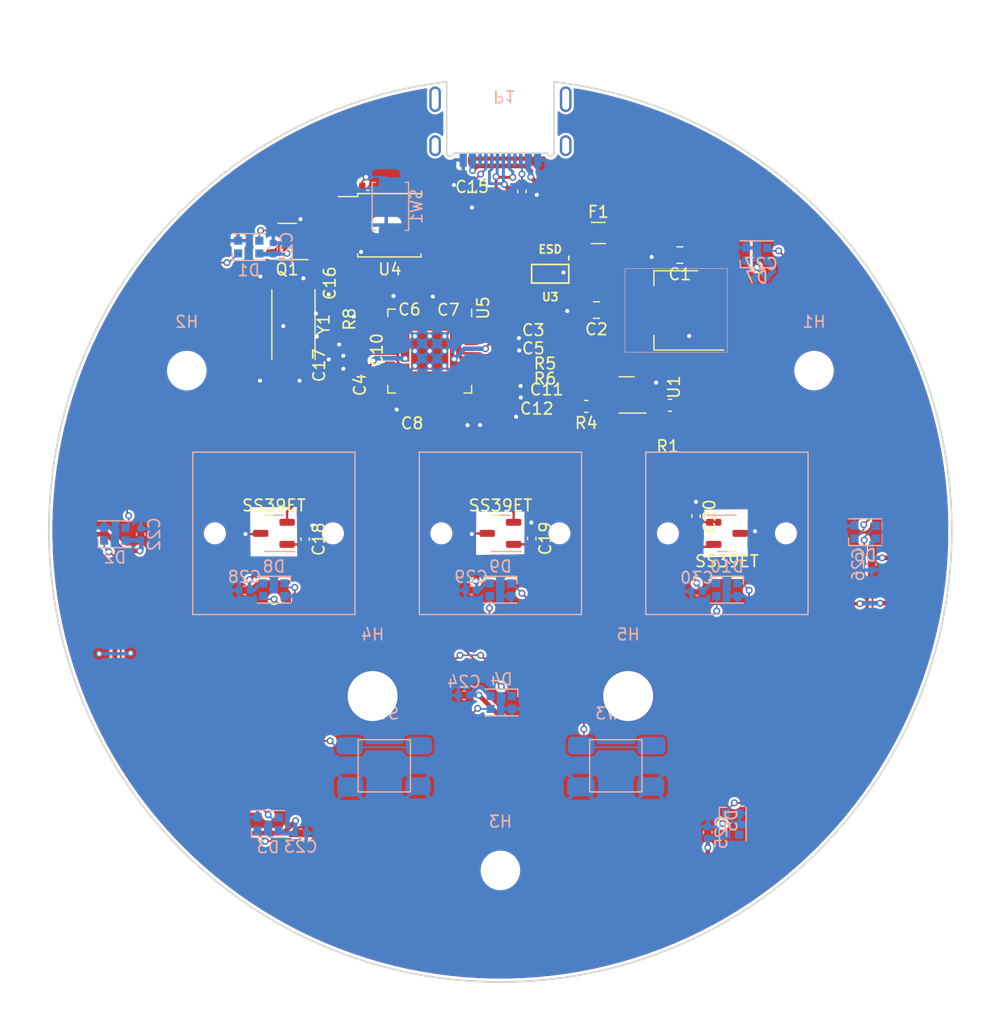
<source format=kicad_pcb>
(kicad_pcb (version 20221018) (generator pcbnew)
  (title_block (title "RP2040 Minimal Design Example") (date "2020-07-13") (rev "REV1") (company "Raspberry Pi (Trading) Ltd"))
  (layers (0 "F.Cu" signal) (31 "B.Cu" signal) (34 "B.Paste" user) (35 "F.Paste" user) (36 "B.SilkS" user "B.Silkscreen") (37 "F.SilkS" user "F.Silkscreen") (38 "B.Mask" user) (39 "F.Mask" user) (44 "Edge.Cuts" user))
  (net 0 "")
  (net 1 "GND")
  (net 2 "VBUS")
  (net 3 "/XIN")
  (net 4 "/XOUT")
  (net 5 "+3V3")
  (net 6 "+1V1")
  (net 7 "/GPIO2")
  (net 8 "/GPIO1")
  (net 9 "/GPIO0")
  (net 10 "Net-(D6-DOUT)")
  (net 11 "/GPIO9")
  (net 12 "/GPIO8")
  (net 13 "/GPIO7")
  (net 14 "/GPIO6")
  (net 15 "/GPIO5")
  (net 16 "/GPIO4")
  (net 17 "/GPIO3")
  (net 18 "/QSPI_SS")
  (net 19 "/GPIO29_ADC3")
  (net 20 "/QSPI_SD3")
  (net 21 "/QSPI_SCLK")
  (net 22 "/QSPI_SD0")
  (net 23 "/QSPI_SD2")
  (net 24 "/QSPI_SD1")
  (net 25 "/USB_D+")
  (net 26 "/USB_D-")
  (net 27 "/GPIO25")
  (net 28 "/GPIO24")
  (net 29 "/GPIO23")
  (net 30 "/GPIO22")
  (net 31 "/GPIO21")
  (net 32 "/GPIO20")
  (net 33 "/GPIO14")
  (net 34 "/GPIO13")
  (net 35 "LED_D_5V")
  (net 36 "+5V")
  (net 37 "+3V")
  (net 38 "SWCLK")
  (net 39 "SWD")
  (net 40 "RUN")
  (net 41 "Net-(U5-USB_DP)")
  (net 42 "Net-(U5-USB_DM)")
  (net 43 "RP_ADC0")
  (net 44 "RP_ADC1")
  (net 45 "RP_ADC2")
  (net 46 "Net-(D1-DOUT)")
  (net 47 "Net-(D2-DOUT)")
  (net 48 "Net-(D3-DOUT)")
  (net 49 "Net-(D4-DOUT)")
  (net 50 "Net-(D5-DOUT)")
  (net 51 "Net-(P1-CC1)")
  (net 52 "ADC_AVDD")
  (net 53 "Net-(P1-CC2)")
  (net 54 "/GPIO16")
  (net 55 "/GPIO10")
  (net 56 "/GPIO11")
  (net 57 "GPIO18")
  (net 58 "GPIO19")
  (net 59 "/GPIO12")
  (net 61 "Net-(C17-Pad1)")
  (net 62 "/GPIO17")
  (net 63 "LED_D_3V")
  (net 64 "Net-(D8-DOUT)")
  (net 65 "Net-(D10-DIN)")
  (net 66 "Net-(D10-DOUT)")
  (footprint "Capacitor_SMD:C_0805_2012Metric" (layer "F.Cu") (at 108.27 80.79 180)
    (fp_text reference "C2")
    (fp_text value "10u")
  )
  (footprint "Capacitor_SMD:C_0402_1005Metric" (layer "F.Cu") (at 100.44 88.3175)
    (fp_text reference "C12")
    (fp_text value "1u")
  )
  (footprint "Capacitor_SMD:C_0402_1005Metric" (layer "F.Cu") (at 100.44 87.3175)
    (fp_text reference "C11")
    (fp_text value "1u")
  )
  (footprint "Capacitor_SMD:C_0402_1005Metric" (layer "F.Cu") (at 92.4 89.365 180)
    (fp_text reference "C8")
    (fp_text value "100n")
  )
  (footprint "Package_TO_SOT_SMD:SOT-223-3_TabPin2" (layer "F.Cu") (at 115.13 80.82 180)
    (fp_text reference "U1")
    (fp_text value "NCP1117-3.3_SOT223" hide)
  )
  (footprint "Package_SO:SOIC-8_5.23x5.23mm_P1.27mm" (layer "F.Cu") (at 90.445 73.4925)
    (fp_text reference "U4")
    (fp_text value "W25Q32JVSS")
  )
  (footprint "Capacitor_SMD:C_0402_1005Metric" (layer "F.Cu") (at 85.207481 83.761 -90)
    (fp_text reference "C17")
    (fp_text value "27p")
  )
  (footprint "Capacitor_SMD:C_0402_1005Metric" (layer "F.Cu") (at 100.325 84.285)
    (fp_text reference "C5")
    (fp_text value "100n")
  )
  (footprint "Capacitor_SMD:C_0402_1005Metric" (layer "F.Cu") (at 95.5225 79.5975 180)
    (fp_text reference "C7")
    (fp_text value "100n")
  )
  (footprint "Capacitor_SMD:C_0402_1005Metric" (layer "F.Cu") (at 87.775 84.721 180)
    (fp_text reference "C10")
    (fp_text value "100n")
  )
  (footprint "Capacitor_SMD:C_0402_1005Metric" (layer "F.Cu") (at 100.325876 85.3025 180)
    (fp_text reference "R5")
    (fp_text value "27R")
  )
  (footprint "Capacitor_SMD:C_0402_1005Metric" (layer "F.Cu") (at 88.015 85.8275 180)
    (fp_text reference "C4")
    (fp_text value "100n")
  )
  (footprint "Capacitor_SMD:C_0805_2012Metric" (layer "F.Cu") (at 115.45 76.06 180)
    (fp_text reference "C1")
    (fp_text value "10u")
  )
  (footprint "Capacitor_SMD:C_0402_1005Metric" (layer "F.Cu") (at 92.1725 79.5675 180)
    (fp_text reference "C6")
    (fp_text value "100n")
  )
  (footprint "RP2040_minimal:RP2040-QFN-56" (layer "F.Cu") (at 93.915 84.315 -90)
    (fp_text reference "U5")
    (fp_text value "RP2040")
  )
  (footprint "Capacitor_SMD:C_0402_1005Metric" (layer "F.Cu") (at 85.207481 80.791 90)
    (fp_text reference "C16")
    (fp_text value "27p")
  )
  (footprint "Capacitor_SMD:C_0402_1005Metric" (layer "F.Cu") (at 100.325876 86.3025 180)
    (fp_text reference "R6")
    (fp_text value "27R")
  )
  (footprint "Capacitor_SMD:C_0402_1005Metric" (layer "F.Cu") (at 100.315 83.205)
    (fp_text reference "C3")
    (fp_text value "100n")
  )
  (footprint "Capacitor_SMD:C_0402_1005Metric" (layer "F.Cu") (at 94.545 70.0925)
    (fp_text reference "C15")
    (fp_text value "100n" hide)
  )
  (footprint "Capacitor_SMD:C_0402_1005Metric" (layer "F.Cu") (at 87.092481 82.976 180)
    (fp_text reference "R8")
    (fp_text value "1k")
  )
  (footprint "Crystal:Crystal_SMD_Abracon_ABM7-2Pin_6.0x3.5mm" (layer "F.Cu") (at 82.183162 82.0375 -90)
    (fp_text reference "Y1")
    (fp_text value "ABM7-12.000MHZ-D2Y-T")
  )
  (footprint "Package_TO_SOT_SMD:SOT-23-5" (layer "F.Cu") (at 81.6425 74.89 180)
    (fp_text reference "Q1")
    (fp_text value "SN74LV1T34DBV")
  )
  (footprint "Capacitor_SMD:C_0603_1608Metric" (layer "F.Cu") (at 107.39 89.08 180)
    (fp_text reference "R4")
    (fp_text value "1R")
  )
  (footprint "Package_TO_SOT_SMD:SOT-23-3" (layer "F.Cu") (at 119.5 100)
    (fp_text reference "S3" hide)
    (fp_text value "SS39ET")
  )
  (footprint "Capacitor_SMD:C_0603_1608Metric" (layer "F.Cu") (at 114.6 88.98 180)
    (fp_text reference "R1")
    (fp_text value "200R")
  )
  (footprint "Keebio-Parts:SOT-143B" (layer "F.Cu") (at 104.29 77.665 180)
    (fp_text reference "U3")
    (fp_text value "PRTR5V0U2X" hide)
  )
  (footprint "Package_TO_SOT_SMD:SOT-23-3" (layer "F.Cu") (at 100 100 180)
    (fp_text reference "S2" hide)
    (fp_text value "SS39ET")
  )
  (footprint "Package_TO_SOT_SMD:SOT-23" (layer "F.Cu") (at 110.8675 88.09 180)
    (fp_text reference "U2" hide)
    (fp_text value "LM4040DBZ-3" hide)
  )
  (footprint "Capacitor_SMD:C_0402_1005Metric" (layer "F.Cu") (at 101.854 70.584 -90)
    (fp_text reference "R2" hide)
    (fp_text value "5.1k" hide)
  )
  (footprint "Capacitor_SMD:C_0402_1005Metric" (layer "F.Cu") (at 100.04 89.95)
    (fp_text reference "C14" hide)
    (fp_text value "1u" hide)
  )
  (footprint "Package_TO_SOT_SMD:SOT-23-3" (layer "F.Cu") (at 80.5 100 180)
    (fp_text reference "S1" hide)
    (fp_text value "SS39ET")
  )
  (footprint "Capacitor_SMD:C_0402_1005Metric" (layer "F.Cu") (at 83.19 100.5 -90)
    (fp_text reference "C18")
    (fp_text value "1u")
  )
  (footprint "Capacitor_SMD:C_0402_1005Metric" (layer "F.Cu") (at 97.225 89.4275 -90)
    (fp_text reference "C9" hide)
    (fp_text value "100n" hide)
  )
  (footprint "Capacitor_SMD:C_0402_1005Metric" (layer "F.Cu") (at 98.255 89.4275 -90)
    (fp_text reference "C13" hide)
    (fp_text value "100n" hide)
  )
  (footprint "Capacitor_SMD:C_0402_1005Metric" (layer "F.Cu") (at 116.84 98.524 -90)
    (fp_text reference "C20")
    (fp_text value "1u")
  )
  (footprint "Capacitor_SMD:C_0402_1005Metric" (layer "F.Cu") (at 97.57 70.6 -90)
    (fp_text reference "R3" hide)
    (fp_text value "5.1k" hide)
  )
  (footprint "Capacitor_SMD:C_0402_1005Metric" (layer "F.Cu") (at 102.7 100.44 -90)
    (fp_text reference "C19")
    (fp_text value "1u")
  )
  (footprint "Capacitor_SMD:C_0402_1005Metric" (layer "F.Cu") (at 88.59 70.13 180)
    (fp_text reference "R7" hide)
    (fp_text value "10k" hide)
  )
  (footprint "Fuse:Fuse_1206_3216Metric" (layer "F.Cu") (at 108.43 74.16)
    (fp_text reference "F1")
    (fp_text value "nSMD025-24V" hide)
  )
  (footprint "Capacitor_SMD:C_0402_1005Metric" (layer "B.Cu") (at 131.96 102.68 -90)
    (fp_text reference "C26")
    (fp_text value "100n")
  )
  (footprint "Button_Switch_SMD:SW_Push_SPST_NO_Alps_SKRK" (layer "B.Cu") (at 90.53 71.87 90)
    (fp_text reference "SW1")
    (fp_text value "SKRKAGE020")
  )
  (footprint "Capacitor_SMD:C_0402_1005Metric" (layer "B.Cu") (at 97.48 104.9 180)
    (fp_text reference "C29")
    (fp_text value "100n")
  )
  (footprint "Capacitor_SMD:C_0402_1005Metric" (layer "B.Cu") (at 117.856 125.73 90)
    (fp_text reference "C25")
    (fp_text value "100n")
  )
  (footprint "MountingHole:MountingHole_3.2mm_M3" (layer "B.Cu") (at 100 129 180)
    (fp_text reference "H3")
    (fp_text value "MountingHole_3.2mm_M3")
  )
  (footprint "Capacitor_SMD:C_0402_1005Metric" (layer "B.Cu") (at 122.428 77.978 180)
    (fp_text reference "C27")
    (fp_text value "100n")
  )
  (footprint "Button_Switch_SMD:PTS647_4.5x4.5mm" (layer "B.Cu") (at 90 120 180)
    (fp_text reference "SW2")
    (fp_text value "PTS647 SN70 SMTR2 LFS")
  )
  (footprint "LED_SMD:LED_WS2812B-2020_PLCC4_2.0x2.0mm" (layer "B.Cu") (at 66.802 100.076)
    (fp_text reference "D2")
    (fp_text value "WS2812B-2020")
  )
  (footprint "Button_Switch_Keyboard:SW_Lekker_MX_1.00u_PCB" (layer "B.Cu") (at 119.5 100 180)
    (fp_text reference "REF**" hide)
    (fp_text value "SW_Lekker_MX_1.00u_PCB")
  )
  (footprint "Capacitor_SMD:C_0402_1005Metric" (layer "B.Cu") (at 80.443 75.498 90)
    (fp_text reference "C21")
    (fp_text value "100n")
  )
  (footprint "Button_Switch_Keyboard:SW_Lekker_MX_1.00u_PCB" (layer "B.Cu") (at 100 100 180)
    (fp_text reference "REF**" hide)
    (fp_text value "SW_Lekker_MX_1.00u_PCB")
  )
  (footprint "Capacitor_SMD:C_0402_1005Metric" (layer "B.Cu") (at 69.032 100.076 90)
    (fp_text reference "C22")
    (fp_text value "100n")
  )
  (footprint "LED_SMD:LED_WS2812B-2020_PLCC4_2.0x2.0mm" (layer "B.Cu") (at 119.5 104.85 180)
    (fp_text reference "D10")
    (fp_text value "WS2812B-2020")
  )
  (footprint "LED_SMD:LED_WS2812B-2020_PLCC4_2.0x2.0mm" (layer "B.Cu") (at 120 125 -90)
    (fp_text reference "D5")
    (fp_text value "WS2812B-2020")
  )
  (footprint "MountingHole:MountingHole_3.2mm_M3" (layer "B.Cu") (at 73 86 180)
    (fp_text reference "H2")
    (fp_text value "MountingHole_3.2mm_M3")
  )
  (footprint "Capacitor_SMD:C_0402_1005Metric" (layer "B.Cu") (at 82.804 125.799)
    (fp_text reference "C23")
    (fp_text value "100n")
  )
  (footprint "LED_SMD:LED_WS2812B-2020_PLCC4_2.0x2.0mm" (layer "B.Cu") (at 122.073 75.988)
    (fp_text reference "D7")
    (fp_text value "WS2812B-2020")
  )
  (footprint "MountingHole:MountingHole_3.2mm_M3" (layer "B.Cu") (at 127 86 180)
    (fp_text reference "H1")
    (fp_text value "MountingHole_3.2mm_M3")
  )
  (footprint "LED_SMD:LED_WS2812B-2020_PLCC4_2.0x2.0mm" (layer "B.Cu") (at 80 125)
    (fp_text reference "D3")
    (fp_text value "WS2812B-2020")
  )
  (footprint "LED_SMD:LED_WS2812B-2020_PLCC4_2.0x2.0mm" (layer "B.Cu") (at 100 104.85 180)
    (fp_text reference "D9")
    (fp_text value "WS2812B-2020")
  )
  (footprint "Button_Switch_SMD:PTS647_4.5x4.5mm" (layer "B.Cu") (at 109.94 120 180)
    (fp_text reference "SW3")
    (fp_text value "PTS647 SN70 SMTR2 LFS")
  )
  (footprint "LED_SMD:LED_WS2812B-2020_PLCC4_2.0x2.0mm" (layer "B.Cu") (at 78.333 75.368)
    (fp_text reference "D1")
    (fp_text value "WS2812B-2020")
  )
  (footprint "Button_Switch_Keyboard:SW_Lekker_MX_1.00u_PCB" (layer "B.Cu") (at 80.5 100 180)
    (fp_text reference "REF**" hide)
    (fp_text value "SW_Lekker_MX_1.00u_PCB")
  )
  (footprint "LED_SMD:LED_WS2812B-2020_PLCC4_2.0x2.0mm" (layer "B.Cu") (at 131.4 99.9)
    (fp_text reference "D6")
    (fp_text value "WS2812B-2020")
  )
  (footprint "LED_SMD:LED_WS2812B-2020_PLCC4_2.0x2.0mm" (layer "B.Cu") (at 80.5 104.85 180)
    (fp_text reference "D8")
    (fp_text value "WS2812B-2020")
  )
  (footprint "Capacitor_SMD:C_0402_1005Metric" (layer "B.Cu") (at 77.978 104.902 180)
    (fp_text reference "C28")
    (fp_text value "100n")
  )
  (footprint "MountingHole:MountingHole_4.3mm_M4" (layer "B.Cu") (at 89 114 180)
    (fp_text reference "H4")
    (fp_text value "MountingHole_4.3mm_M4")
  )
  (footprint "LED_SMD:LED_WS2812B-2020_PLCC4_2.0x2.0mm" (layer "B.Cu") (at 100.076 114.554 180)
    (fp_text reference "D4")
    (fp_text value "WS2812B-2020")
  )
  (footprint "Connector_USB:USB_C_Receptacle_DEALON_16P_MidMnt" (layer "B.Cu") (at 100 62.65)
    (fp_text reference "P1")
    (fp_text value "USB-TYPE-C-016" hide)
    (fp_line (start -4.62 4.6) (end -4.625 -1.5) (stroke (width 0.12)) (layer "Edge.Cuts"))
    (fp_line (start -4.025 4.625) (end 4.025 4.625) (stroke (width 0.12)) (layer "Edge.Cuts"))
    (fp_line (start 4.62 4.6) (end 4.62 -1.5) (stroke (width 0.12)) (layer "Edge.Cuts"))
    (fp_arc (start -4.025 4.625) (mid -4.335 4.91) (end -4.62 4.6) (stroke (width 0.12)) (layer "Edge.Cuts"))
    (fp_arc (start 4.62 4.6) (mid 4.335 4.91) (end 4.025 4.625) (stroke (width 0.12)) (layer "Edge.Cuts"))
  )
  (footprint "Capacitor_SMD:C_0402_1005Metric" (layer "B.Cu") (at 116.93 104.98 180)
    (fp_text reference "C30")
    (fp_text value "100n")
  )
  (footprint "Capacitor_SMD:C_0402_1005Metric" (layer "B.Cu") (at 96.87 113.93 180)
    (fp_text reference "C24")
    (fp_text value "100n")
  )
  (footprint "MountingHole:MountingHole_4.3mm_M4" (layer "B.Cu") (at 111 114 180)
    (fp_text reference "H5")
    (fp_text value "MountingHole_4.3mm_M4")
  )
  (gr_arc (start 104.62 61.15) (mid 99.9975 138.605227) (end 95.375 61.15) (stroke (width 0.15)) (layer "Edge.Cuts"))
  (segment (start 105.755625 80.86875) (end 105.784375 80.84) (width 0.6) (layer "F.Cu") (net 1))
  (segment (start 100.82 83.185) (end 101.575 83.185) (width 0.2) (layer "F.Cu") (net 1))
  (segment (start 91.0725 89.3525) (end 91.9025 89.3525) (width 0.15) (layer "F.Cu") (net 1))
  (segment (start 103.124 70.866) (end 103.134 70.876) (width 0.15) (layer "F.Cu") (net 1))
  (segment (start 102.244 70.866) (end 103.124 70.866) (width 0.2) (layer "F.Cu") (net 1))
  (segment (start 101.7325 87.3175) (end 100.925 87.3175) (width 0.2) (layer "F.Cu") (net 1))
  (segment (start 83.81 99.33) (end 83.19 99.95) (width 0.2) (layer "F.Cu") (net 1))
  (segment (start 78.05 100.06) (end 78.1 100.07) (width 0.2) (layer "F.Cu") (net 1))
  (segment (start 87.619338 75.3975) (end 86.845 75.3975) (width 0.15) (layer "F.Cu") (net 1))
  (segment (start 101.615 84.265) (end 100.8075 84.265) (width 0.2) (layer "F.Cu") (net 1))
  (segment (start 100.8 83.205) (end 100.82 83.185) (width 0.2) (layer "F.Cu") (net 1))
  (segment (start 82.79 72.97) (end 82.79 73.855) (width 0.2) (layer "F.Cu") (net 1))
  (segment (start 88.004669 75.782831) (end 87.619338 75.3975) (width 0.2) (layer "F.Cu") (net 1))
  (segment (start 86.115 83.7525) (end 86.020981 83.7525) (width 0.15) (layer "F.Cu") (net 1))
  (segment (start 101.28 89.97) (end 101.26 89.95) (width 0.15) (layer "F.Cu") (net 1))
  (segment (start 78.98 100.07) (end 78.12 100.07) (width 0.2) (layer "F.Cu") (net 1))
  (segment (start 117.38 83.02) (end 117.46 82.94) (width 0.8) (layer "F.Cu") (net 1))
  (segment (start 87.29 84.721) (end 86.478016 84.721) (width 0.2) (layer "F.Cu") (net 1))
  (segment (start 83.19 99.95) (end 83.19 100.02) (width 0.15) (layer "F.Cu") (net 1))
  (segment (start 100.925 88.3175) (end 101.755 88.3175) (width 0.2) (layer "F.Cu") (net 1))
  (segment (start 91.9025 89.3525) (end 91.915 89.365) (width 0.15) (layer "F.Cu") (net 1))
  (segment (start 97.57 71.08) (end 97.57 71.95) (width 0.15) (layer "F.Cu") (net 1))
  (segment (start 121.92 99.822) (end 120.8155 99.822) (width 0.2) (layer "F.Cu") (net 1))
  (segment (start 102.71 99.98) (end 102.71 99.16) (width 0.2) (layer "F.Cu") (net 1))
  (segment (start 85.207481 85.0265) (end 85.218981 85.038) (width 0.15) (layer "F.Cu") (net 1))
  (segment (start 96 70.0325) (end 95.31 70.0325) (width 0.15) (layer "F.Cu") (net 1))
  (segment (start 98.23 90.666824) (end 98.246352 90.683176) (width 0.2) (layer "F.Cu") (net 1))
  (segment (start 94.1825 79.6275) (end 94.3825 79.4275) (width 0.15) (layer "F.Cu") (net 1))
  (segment (start 86.478016 84.721) (end 86.47801 84.720994) (width 0.2) (layer "F.Cu") (net 1))
  (segment (start 85.207481 84.246) (end 85.207481 85.0265) (width 0.15) (layer "F.Cu") (net 1))
  (segment (start 79.03 100.02) (end 78.98 100.07) (width 0.2) (layer "F.Cu") (net 1))
  (segment (start 120.8155 99.822) (end 120.6375 100) (width 0.2) (layer "F.Cu") (net 1))
  (segment (start 86.020981 83.7525) (end 85.527481 84.246) (width 0.15) (layer "F.Cu") (net 1))
  (segment (start 116.84 97.282) (end 116.77 97.352) (width 0.15) (layer "F.Cu") (net 1))
  (segment (start 105.09 77.21) (end 105.09 76.63) (width 0.4) (layer "F.Cu") (net 1))
  (segment (start 114.155 76.22) (end 114.235 76.14) (width 0.8) (layer "F.Cu") (net 1))
  (segment (start 113.025 76.22) (end 114.155 76.22) (width 0.8) (layer "F.Cu") (net 1))
  (segment (start 85.207481 80.306) (end 85.207481 79.45) (width 0.2) (layer "F.Cu") (net 1))
  (segment (start 90.4775 83.315) (end 89.337981 83.315) (width 0.15) (layer "F.Cu") (net 1))
  (segment (start 97.17 90.693176) (end 97.17 90.023176) (width 0.2) (layer "F.Cu") (net 1))
  (segment (start 85.527481 84.246) (end 85.207481 84.246) (width 0.15) (layer "F.Cu") (net 1))
  (segment (start 87.29 85.84) (end 86.477996 85.84) (width 0.2) (layer "F.Cu") (net 1))
  (segment (start 95.31 70.0325) (end 95.2475 69.97) (width 0.15) (layer "F.Cu") (net 1))
  (segment (start 105.433234 77.553234) (end 105.09 77.21) (width 0.4) (layer "F.Cu") (net 1))
  (segment (start 113.401 87.03) (end 112.245 87.03) (width 0.3) (layer "F.Cu") (net 1))
  (segment (start 78.1 100.07) (end 78.11 100.07) (width 0.2) (layer "F.Cu") (net 1))
  (segment (start 112.245 87.03) (end 112.081 87.194) (width 0.3) (layer "F.Cu") (net 1))
  (segment (start 116.77 97.352) (end 116.77 97.994) (width 0.2) (layer "F.Cu") (net 1))
  (segment (start 94.3825 79.4275) (end 94.7375 79.4275) (width 0.15) (layer "F.Cu") (net 1))
  (segment (start 98.45 100.01) (end 97.63 100.01) (width 0.2) (layer "F.Cu") (net 1))
  (segment (start 105.784375 80.84) (end 107.115625 80.84) (width 0.6) (layer "F.Cu") (net 1))
  (segment (start 116.25 83.02) (end 117.38 83.02) (width 0.8) (layer "F.Cu") (net 1))
  (segment (start 98.23 90.033176) (end 98.23 90.666824) (width 0.2) (layer "F.Cu") (net 1))
  (segment (start 78.12 100.07) (end 78.05 100.06) (width 0.2) (layer "F.Cu") (net 1))
  (segment (start 90.7925 79.5775) (end 91.605 79.5775) (width 0.2) (layer "F.Cu") (net 1))
  (segment (start 101.7425 87.3275) (end 101.7325 87.3175) (width 0.2) (layer "F.Cu") (net 1))
  (segment (start 89.337981 83.315) (end 87.377981 81.355) (width 0.15) (layer "F.Cu") (net 1))
  (segment (start 101.26 89.95) (end 100.537831 89.95) (width 0.15) (layer "F.Cu") (net 1))
  (via (at 86.115 83.7525) (size 0.6) (drill 0.35) (layers "F.Cu" "B.Cu") (net 1))
  (via (at 81.307481 82.166) (size 0.6) (drill 0.35) (layers "F.Cu" "B.Cu") (net 1))
  (via (at 84.193162 83.0675) (size 0.6) (drill 0.35) (layers "F.Cu" "B.Cu") (net 1))
  (via (at 79.345 77.9025) (size 0.6) (drill 0.35) (layers "F.Cu" "B.Cu") (net 1))
  (via (at 83.037481 78.0535) (size 0.6) (drill 0.35) (layers "F.Cu" "B.Cu") (net 1))
  (via (at 82.707481 86.866) (size 0.6) (drill 0.35) (layers "F.Cu" "B.Cu") (net 1))
  (via (at 94.1825 79.6275) (size 0.6) (drill 0.35) (layers "F.Cu" "B.Cu") (net 1))
  (via (at 113.401 87.03) (size 0.6) (drill 0.35) (layers "F.Cu" "B.Cu") (net 1))
  (via (at 91.0725 89.3525) (size 0.6) (drill 0.35) (layers "F.Cu" "B.Cu") (net 1))
  (via (at 87.377981 81.355) (size 0.6) (drill 0.35) (layers "F.Cu" "B.Cu") (net 1))
  (via (at 98.246352 90.683176) (size 0.6) (drill 0.35) (layers "F.Cu" "B.Cu") (net 1))
  (via (at 90.7925 79.5775) (size 0.6) (drill 0.35) (layers "F.Cu" "B.Cu") (net 1))
  (via (at 83.81 99.33) (size 0.6) (drill 0.35) (layers "F.Cu" "B.Cu") (net 1))
  (via (at 113.025 76.22) (size 0.6) (drill 0.35) (layers "F.Cu" "B.Cu") (net 1))
  (via (at 82.79 72.97) (size 0.6) (drill 0.35) (layers "F.Cu" "B.Cu") (net 1))
  (via (at 101.755 88.3175) (size 0.6) (drill 0.35) (layers "F.Cu" "B.Cu") (net 1))
  (via (at 96 70.0325) (size 0.6) (drill 0.35) (layers "F.Cu" "B.Cu") (net 1))
  (via (at 97.54 100.06) (size 0.6) (drill 0.35) (layers "F.Cu" "B.Cu") (net 1))
  (via (at 85.218981 85.038) (size 0.6) (drill 0.35) (layers "F.Cu" "B.Cu") (net 1))
  (via (at 86.47801 84.720994) (size 0.6) (drill 0.35) (layers "F.Cu" "B.Cu") (net 1))
  (via (at 105.433234 77.553234) (size 0.6) (drill 0.35) (layers "F.Cu" "B.Cu") (net 1))
  (via (at 97.55 71.97) (size 0.6) (drill 0.35) (layers "F.Cu" "B.Cu") (net 1))
  (via (at 79.305 86.866) (size 0.6) (drill 0.35) (layers "F.Cu" "B.Cu") (net 1))
  (via (at 116.84 97.282) (size 0.6) (drill 0.35) (layers "F.Cu" "B.Cu") (net 1))
  (via (at 101.7425 87.3275) (size 0.6) (drill 0.35) (layers "F.Cu" "B.Cu") (net 1))
  (via (at 102.66 99.07) (size 0.6) (drill 0.35) (layers "F.Cu" "B.Cu") (net 1))
  (via (at 105.755625 80.86875) (size 0.6) (drill 0.35) (layers "F.Cu" "B.Cu") (net 1))
  (via (at 121.92 99.822) (size 0.6) (drill 0.35) (layers "F.Cu" "B.Cu") (net 1))
  (via (at 97.17 90.693176) (size 0.6) (drill 0.35) (layers "F.Cu" "B.Cu") (net 1))
  (via (at 78.05 100.06) (size 0.6) (drill 0.35) (layers "F.Cu" "B.Cu") (net 1))
  (via (at 85.207481 79.45) (size 0.6) (drill 0.35) (layers "F.Cu" "B.Cu") (net 1))
  (via (at 116.25 83.02) (size 0.6) (drill 0.35) (layers "F.Cu" "B.Cu") (net 1))
  (via (at 101.615 84.265) (size 0.6) (drill 0.35) (layers "F.Cu" "B.Cu") (net 1))
  (via (at 88.004669 75.782831) (size 0.6) (drill 0.35) (layers "F.Cu" "B.Cu") (net 1))
  (via (at 103.134 70.876) (size 0.6) (drill 0.35) (layers "F.Cu" "B.Cu") (net 1))
  (via (at 101.595 83.205) (size 0.6) (drill 0.35) (layers "F.Cu" "B.Cu") (net 1))
  (via (at 86.477996 85.84) (size 0.6) (drill 0.35) (layers "F.Cu" "B.Cu") (net 1))
  (via (at 101.355 89.9725) (size 0.6) (drill 0.35) (layers "F.Cu" "B.Cu") (net 1))
  (via (at 84.113162 81.0875) (size 0.6) (drill 0.35) (layers "F.Cu" "B.Cu") (net 1))
  (segment (start 77.413 74.818) (end 77.693 74.818) (width 0.15) (layer "B.Cu") (net 1))
  (segment (start 87.375 121.6) (end 87.49 121.6) (width 0.15) (layer "B.Cu") (net 1))
  (segment (start 102.616 69.342) (end 107.03 73.756) (width 0.4) (layer "F.Cu") (net 2))
  (segment (start 97.6 68.78) (end 97.99 68.39) (width 0.4) (layer "F.Cu") (net 2))
  (segment (start 105.965 78.665) (end 105.24 78.665) (width 0.4) (layer "F.Cu") (net 2))
  (segment (start 107.03 73.756) (end 107.03 77.6) (width 0.4) (layer "F.Cu") (net 2))
  (segment (start 102.616 68.834) (end 102.616 69.342) (width 0.4) (layer "F.Cu") (net 2))
  (segment (start 102.172 68.39) (end 102.616 68.834) (width 0.4) (layer "F.Cu") (net 2))
  (segment (start 107.03 77.6) (end 105.965 78.665) (width 0.4) (layer "F.Cu") (net 2))
  (segment (start 97.99 68.39) (end 102.172 68.39) (width 0.4) (layer "F.Cu") (net 2))
  (via (at 97.6 68.78) (size 0.6) (drill 0.35) (layers "F.Cu" "B.Cu") (net 2))
  (via (at 102.616 69.342) (size 0.6) (drill 0.35) (layers "F.Cu" "B.Cu") (net 2))
  (segment (start 97.600001 67.889669) (end 97.585332 67.904338) (width 0.4) (layer "B.Cu") (net 2))
  (segment (start 97.6 68.78) (end 97.6 68.37) (width 0.4) (layer "B.Cu") (net 2))
  (segment (start 102.616 69.342) (end 102.616 68.930761) (width 0.4) (layer "B.Cu") (net 2))
  (segment (start 102.616 68.930761) (end 102.4 68.714761) (width 0.4) (layer "B.Cu") (net 2))
  (segment (start 102.4 68.714761) (end 102.4 67.875) (width 0.4) (layer "B.Cu") (net 2))
  (segment (start 97.585332 67.904338) (end 97.585332 68.78) (width 0.4) (layer "B.Cu") (net 2))
  (segment (start 84.556981 81.9265) (end 83.052162 81.9265) (width 0.15) (layer "F.Cu") (net 3))
  (segment (start 87.674717 82.076) (end 86.007481 82.076) (width 0.15) (layer "F.Cu") (net 3))
  (segment (start 90.4775 83.715) (end 89.313717 83.715) (width 0.15) (layer "F.Cu") (net 3))
  (segment (start 89.313717 83.715) (end 87.674717 82.076) (width 0.15) (layer "F.Cu") (net 3))
  (segment (start 83.052162 81.9265) (end 81.092662 79.967) (width 0.15) (layer "F.Cu") (net 3))
  (segment (start 85.207481 81.276) (end 84.556981 81.9265) (width 0.15) (layer "F.Cu") (net 3))
  (segment (start 86.007481 82.076) (end 85.207481 81.276) (width 0.15) (layer "F.Cu") (net 3))
  (segment (start 90.4775 84.115) (end 88.716481 84.115) (width 0.15) (layer "F.Cu") (net 4))
  (segment (start 88.716481 84.115) (end 87.577481 82.976) (width 0.15) (layer "F.Cu") (net 4))
  (segment (start 98.405001 84.667501) (end 98.940323 84.667501) (width 0.2) (layer "F.Cu") (net 5))
  (segment (start 99.062824 84.545) (end 99.58 84.545) (width 0.2) (layer "F.Cu") (net 5))
  (segment (start 97.3925 84.5175) (end 96.555 84.5175) (width 0.2) (layer "F.Cu") (net 5))
  (segment (start 96.515 80.105) (end 96.0075 79.5975) (width 0.2) (layer "F.Cu") (net 5))
  (segment (start 85.952996 85.436504) (end 85.952996 86.457996) (width 0.2) (layer "F.Cu") (net 5))
  (segment (start 102.64 101.93) (end 102.6 101.85) (width 0.15) (layer "F.Cu") (net 5))
  (segment (start 92.885 89.365) (end 92.885 87.7825) (width 0.2) (layer "F.Cu") (net 5))
  (segment (start 98.060026 86.5175) (end 96.5625 86.5175) (width 0.2) (layer "F.Cu") (net 5))
  (segment (start 83.16 100.95) (end 83.19 100.98) (width 0.15) (layer "F.Cu") (net 5))
  (segment (start 99.955 88.3175) (end 99.305 87.6675) (width 0.2) (layer "F.Cu") (net 5))
  (segment (start 88.0085 85.2925) (end 86.097 85.2925) (width 0.2) (layer "F.Cu") (net 5))
  (segment (start 83.05 101.12) (end 83.19 100.98) (width 0.15) (layer "F.Cu") (net 5))
  (segment (start 96.5625 86.5175) (end 96.515 86.565) (width 0.2) (layer "F.Cu") (net 5))
  (segment (start 99.58 84.545) (end 99.84 84.285) (width 0.2) (layer "F.Cu") (net 5))
  (segment (start 97.3925 84.9175) (end 96.755 84.9175) (width 0.2) (layer "F.Cu") (net 5))
  (segment (start 86.097 85.2925) (end 85.952996 85.436504) (width 0.2) (layer "F.Cu") (net 5))
  (segment (start 85.952996 86.457996) (end 86.0725 86.5775) (width 0.2) (layer "F.Cu") (net 5))
  (segment (start 97.225 88.9225) (end 97.225 89.13) (width 0.2) (layer "F.Cu") (net 5))
  (segment (start 98.255 84.5175) (end 97.3925 84.5175) (width 0.2) (layer "F.Cu") (net 5))
  (segment (start 88.26 85.041) (end 88.0085 85.2925) (width 0.2) (layer "F.Cu") (net 5))
  (segment (start 92.6575 79.5675) (end 92.915 79.825) (width 0.2) (layer "F.Cu") (net 5))
  (segment (start 96.515 81.5425) (end 96.505 81.5525) (width 0.2) (layer "F.Cu") (net 5))
  (segment (start 94.045 70.2775) (end 94.255 70.0675) (width 0.15) (layer "F.Cu") (net 5))
  (segment (start 92.885 87.7825) (end 92.915 87.7525) (width 0.2) (layer "F.Cu") (net 5))
  (segment (start 88.431 84.55) (end 88.26 84.721) (width 0.2) (layer "F.Cu") (net 5))
  (segment (start 92.8 79.3525) (end 92.6575 79.495) (width 0.2) (layer "F.Cu") (net 5))
  (segment (start 96.515 87.7525) (end 96.515 88.2125) (width 0.2) (layer "F.Cu") (net 5))
  (segment (start 94.045 71.5875) (end 94.045 70.2775) (width 0.2) (layer "F.Cu") (net 5))
  (segment (start 92.915 79.825) (end 92.915 80.8775) (width 0.2) (layer "F.Cu") (net 5))
  (segment (start 96.515 80.8775) (end 96.515 80.105) (width 0.2) (layer "F.Cu") (net 5))
  (segment (start 99.210025 87.6675) (end 98.060026 86.5175) (width 0.2) (layer "F.Cu") (net 5))
  (segment (start 92.915 87.7525) (end 92.915 86.7675) (width 0.2) (layer "F.Cu") (net 5))
  (segment (start 116.84 99.004) (end 116.886 99.05) (width 0.2) (layer "F.Cu") (net 5))
  (segment (start 81.6375 100.95) (end 83.16 100.95) (width 0.2) (layer "F.Cu") (net 5))
  (segment (start 97.3925 84.9175) (end 98.155002 84.9175) (width 0.2) (layer "F.Cu") (net 5))
  (segment (start 98.405001 84.667501) (end 98.255 84.5175) (width 0.2) (layer "F.Cu") (net 5))
  (segment (start 92.6575 79.5675) (end 92.6575 79.5325) (width 0.2) (layer "F.Cu") (net 5))
  (segment (start 99.305 87.6675) (end 99.210025 87.6675) (width 0.2) (layer "F.Cu") (net 5))
  (segment (start 92.915 81.6175) (end 92.905 81.6275) (width 0.2) (layer "F.Cu") (net 5))
  (segment (start 116.835 98.954) (end 116.995 99.114) (width 0.15) (layer "F.Cu") (net 5))
  (segment (start 98.940323 84.667501) (end 99.062824 84.545) (width 0.2) (layer "F.Cu") (net 5))
  (segment (start 91.09 84.55) (end 88.431 84.55) (width 0.2) (layer "F.Cu") (net 5))
  (segment (start 96.515 86.565) (end 96.515 87.7525) (width 0.2) (layer "F.Cu") (net 5))
  (segment (start 96.515 88.2125) (end 97.225 88.9225) (width 0.2) (layer "F.Cu") (net 5))
  (segment (start 92.6575 79.495) (end 92.6575 79.5675) (width 0.2) (layer "F.Cu") (net 5))
  (segment (start 97.225 89.13) (end 97.1925 89.1625) (width 0.2) (layer "F.Cu") (net 5))
  (segment (start 102.59 101.84) (end 102.64 101.93) (width 0.15) (layer "F.Cu") (net 5))
  (segment (start 92.915 86.7675) (end 92.93 86.7525) (width 0.2) (layer "F.Cu") (net 5))
  (segment (start 98.155002 84.9175) (end 98.405001 84.667501) (width 0.2) (layer "F.Cu") (net 5))
  (segment (start 96.755 84.9175) (end 96.555 84.7175) (width 0.2) (layer "F.Cu") (net 5))
  (segment (start 88.26 84.721) (end 88.26 85.041) (width 0.2) (layer "F.Cu") (net 5))
  (segment (start 102.51 101.1) (end 102.59 101.02) (width 0.15) (layer "F.Cu") (net 5))
  (segment (start 92.915 80.8775) (end 92.915 81.6175) (width 0.2) (layer "F.Cu") (net 5))
  (segment (start 116.886 99.05) (end 118.3625 99.05) (width 0.2) (layer "F.Cu") (net 5))
  (segment (start 101.1375 100.95) (end 102.63 100.95) (width 0.2) (layer "F.Cu") (net 5))
  (segment (start 96.515 80.8775) (end 96.515 81.5425) (width 0.2) (layer "F.Cu") (net 5))
  (via (at 68.16 110.31) (size 0.6) (drill 0.35) (layers "F.Cu" "B.Cu") (net 5))
  (via (at 65.46 110.36) (size 0.6) (drill 0.35) (layers "F.Cu" "B.Cu") (net 5))
  (segment (start 68.11 110.36) (end 65.46 110.36) (width 0.3) (layer "B.Cu") (net 5))
  (segment (start 68.16 110.31) (end 68.11 110.36) (width 0.15) (layer "B.Cu") (net 5))
  (segment (start 97.3525 84.115) (end 98.715006 84.115) (width 0.2) (layer "F.Cu") (net 6))
  (segment (start 96.015 85.005) (end 96.015 84.815) (width 0.15) (layer "F.Cu") (net 6))
  (segment (start 98.715006 84.034994) (end 98.715006 84.115) (width 0.2) (layer "F.Cu") (net 6))
  (segment (start 98.155 86.1175) (end 99.355 87.3175) (width 0.2) (layer "F.Cu") (net 6))
  (segment (start 97.3925 86.1175) (end 98.155 86.1175) (width 0.2) (layer "F.Cu") (net 6))
  (segment (start 99.355 87.3175) (end 99.955 87.3175) (width 0.2) (layer "F.Cu") (net 6))
  (segment (start 89.06 85.14) (end 89.25 84.95) (width 0.2) (layer "F.Cu") (net 6))
  (segment (start 97.3925 86.1175) (end 96.555 86.1175) (width 0.2) (layer "F.Cu") (net 6))
  (segment (start 99.83 83.205) (end 99.545 83.205) (width 0.2) (layer "F.Cu") (net 6))
  (segment (start 89.06 85.14) (end 89.06 85.2675) (width 0.2) (layer "F.Cu") (net 6))
  (segment (start 89.06 85.2675) (end 88.5 85.8275) (width 0.2) (layer "F.Cu") (net 6))
  (segment (start 89.25 84.95) (end 90.4525 84.95) (width 0.2) (layer "F.Cu") (net 6))
  (segment (start 99.545 83.205) (end 98.715006 84.034994) (width 0.2) (layer "F.Cu") (net 6))
  (via (at 98.715006 84.115) (size 0.6) (drill 0.35) (layers "F.Cu" "B.Cu") (net 6))
  (via (at 96.015 85.005) (size 0.6) (drill 0.35) (layers "F.Cu" "B.Cu") (net 6))
  (via (at 89.06 85.14) (size 0.6) (drill 0.35) (layers "F.Cu" "B.Cu") (net 6))
  (via (at 91.805 84.9525) (size 0.6) (drill 0.35) (layers "F.Cu" "B.Cu") (net 6))
  (segment (start 98.715006 84.115) (end 96.905 84.115) (width 0.4) (layer "B.Cu") (net 6))
  (segment (start 89.26 84.94) (end 91.78003 84.94) (width 0.4) (layer "B.Cu") (net 6))
  (segment (start 89.06 85.14) (end 89.26 84.94) (width 0.4) (layer "B.Cu") (net 6))
  (segment (start 96.905 84.115) (end 96.015 85.005) (width 0.4) (layer "B.Cu") (net 6))
  (segment (start 123.952 75.692) (end 126.69 78.43) (width 0.15) (layer "F.Cu") (net 10))
  (segment (start 126.69 78.43) (end 126.69 78.95) (width 0.15) (layer "F.Cu") (net 10))
  (segment (start 126.69 78.95) (end 131.68 83.94) (width 0.15) (layer "F.Cu") (net 10))
  (segment (start 131.68 98.855002) (end 131.284502 99.2505) (width 0.15) (layer "F.Cu") (net 10))
  (segment (start 131.68 83.94) (end 131.68 98.855002) (width 0.15) (layer "F.Cu") (net 10))
  (via (at 123.952 75.692) (size 0.6) (drill 0.35) (layers "F.Cu" "B.Cu") (net 10))
  (via (at 131.284502 99.2505) (size 0.6) (drill 0.35) (layers "F.Cu" "B.Cu") (net 10))
  (segment (start 131.284502 99.2505) (end 131.284502 99.650498) (width 0.15) (layer "B.Cu") (net 10))
  (segment (start 123.952 75.692) (end 123.242 75.692) (width 0.15) (layer "B.Cu") (net 10))
  (segment (start 131.284502 99.650498) (end 130.485 100.45) (width 0.15) (layer "B.Cu") (net 10))
  (segment (start 123.242 75.692) (end 122.988 75.438) (width 0.15) (layer "B.Cu") (net 10))
  (segment (start 96.039963 77.7525) (end 87.2825 77.7525) (width 0.15) (layer "F.Cu") (net 18))
  (segment (start 88.11 70.13) (end 87.055 71.185) (width 0.15) (layer "F.Cu") (net 18))
  (segment (start 88.11 70.13) (end 88.11 69.75) (width 0.15) (layer "F.Cu") (net 18))
  (segment (start 97.3525 81.715) (end 97.015 81.3775) (width 0.15) (layer "F.Cu") (net 18))
  (segment (start 88.44 69.34) (end 88.37 69.49) (width 0.15) (layer "F.Cu") (net 18))
  (segment (start 97.015 81.3775) (end 97.015 78.727537) (width 0.15) (layer "F.Cu") (net 18))
  (segment (start 86.78467 71.5875) (end 86.845 71.5875) (width 0.15) (layer "F.Cu") (net 18))
  (segment (start 87.2825 77.7525) (end 85.52 75.99) (width 0.15) (layer "F.Cu") (net 18))
  (segment (start 85.52 72.85217) (end 86.78467 71.5875) (width 0.15) (layer "F.Cu") (net 18))
  (segment (start 88.11 69.75) (end 88.44 69.34) (width 0.15) (layer "F.Cu") (net 18))
  (segment (start 97.015 78.727537) (end 96.039963 77.7525) (width 0.15) (layer "F.Cu") (net 18))
  (segment (start 85.52 75.99) (end 85.52 72.85217) (width 0.15) (layer "F.Cu") (net 18))
  (segment (start 87.055 71.185) (end 87.055 71.5375) (width 0.15) (layer "F.Cu") (net 18))
  (via (at 88.44 69.34) (size 0.6) (drill 0.35) (layers "F.Cu" "B.Cu") (net 18))
  (segment (start 88.44 69.34) (end 90.1 69.34) (width 0.15) (layer "B.Cu") (net 18))
  (segment (start 90.1 69.34) (end 90.53 69.77) (width 0.15) (layer "B.Cu") (net 18))
  (segment (start 99.4025 82.336028) (end 99.4025 78.71) (width 0.15) (layer "F.Cu") (net 20))
  (segment (start 97.3525 83.715) (end 98.023528 83.715) (width 0.15) (layer "F.Cu") (net 20))
  (segment (start 98.023528 83.715) (end 99.4025 82.336028) (width 0.15) (layer "F.Cu") (net 20))
  (segment (start 95.754338 75.061838) (end 95.754338 74.261838) (width 0.15) (layer "F.Cu") (net 20))
  (segment (start 95.754338 74.261838) (end 94.35 72.8575) (width 0.15) (layer "F.Cu") (net 20))
  (segment (start 99.4025 78.71) (end 95.754338 75.061838) (width 0.15) (layer "F.Cu") (net 20))
  (segment (start 94.35 72.8575) (end 94.045 72.8575) (width 0.15) (layer "F.Cu") (net 20))
  (segment (start 94.1825 74.1275) (end 94.045 74.1275) (width 0.15) (layer "F.Cu") (net 21))
  (segment (start 97.999264 83.315) (end 99.0725 82.241764) (width 0.15) (layer "F.Cu") (net 21))
  (segment (start 99.0725 79.0175) (end 94.1825 74.1275) (width 0.15) (layer "F.Cu") (net 21))
  (segment (start 97.3525 83.315) (end 97.999264 83.315) (width 0.15) (layer "F.Cu") (net 21))
  (segment (start 99.0725 82.241764) (end 99.0725 79.0175) (width 0.15) (layer "F.Cu") (net 21))
  (segment (start 98.7725 82.1175) (end 98.7725 79.144378) (width 0.15) (layer "F.Cu") (net 22))
  (segment (start 98.7725 79.144378) (end 95.025622 75.3975) (width 0.15) (layer "F.Cu") (net 22))
  (segment (start 97.975 82.915) (end 98.7725 82.1175) (width 0.15) (layer "F.Cu") (net 22))
  (segment (start 97.3525 82.915) (end 97.975 82.915) (width 0.15) (layer "F.Cu") (net 22))
  (segment (start 95.025622 75.3975) (end 94.045 75.3975) (width 0.15) (layer "F.Cu") (net 22))
  (segment (start 98.4725 81.971764) (end 98.4725 79.268642) (width 0.15) (layer "F.Cu") (net 23))
  (segment (start 87.091801 74.1275) (end 86.845 74.1275) (width 0.15) (layer "F.Cu") (net 23))
  (segment (start 97.929264 82.515) (end 98.4725 81.971764) (width 0.15) (layer "F.Cu") (net 23))
  (segment (start 98.4725 79.268642) (end 96.296358 77.0925) (width 0.15) (layer "F.Cu") (net 23))
  (segment (start 97.3525 82.515) (end 97.929264 82.515) (width 0.15) (layer "F.Cu") (net 23))
  (segment (start 90.056801 77.0925) (end 87.091801 74.1275) (width 0.15) (layer "F.Cu") (net 23))
  (segment (start 96.296358 77.0925) (end 90.056801 77.0925) (width 0.15) (layer "F.Cu") (net 23))
  (segment (start 86.78467 72.8575) (end 86.845 72.8575) (width 0.15) (layer "F.Cu") (net 24))
  (segment (start 85.82 75.70283) (end 85.82 73.82217) (width 0.15) (layer "F.Cu") (net 24))
  (segment (start 97.3525 82.115) (end 97.905 82.115) (width 0.15) (layer "F.Cu") (net 24))
  (segment (start 85.82 73.82217) (end 86.78467 72.8575) (width 0.15) (layer "F.Cu") (net 24))
  (segment (start 98.125 79.345406) (end 96.232094 77.4525) (width 0.15) (layer "F.Cu") (net 24))
  (segment (start 98.125 81.895) (end 98.125 79.345406) (width 0.15) (layer "F.Cu") (net 24))
  (segment (start 87.56967 77.4525) (end 85.82 75.70283) (width 0.15) (layer "F.Cu") (net 24))
  (segment (start 96.232094 77.4525) (end 87.56967 77.4525) (width 0.15) (layer "F.Cu") (net 24))
  (segment (start 97.905 82.115) (end 98.125 81.895) (width 0.15) (layer "F.Cu") (net 24))
  (segment (start 98.98 71.11) (end 99.88 71.11) (width 0.4) (layer "F.Cu") (net 25))
  (segment (start 102.627996 85.3025) (end 103.279338 84.651158) (width 0.8) (layer "F.Cu") (net 25))
  (segment (start 99.482005 70.51) (end 99.63 70.362005) (width 0.25) (layer "F.Cu") (net 25))
  (segment (start 103.279338 78.725662) (end 103.34 78.665) (width 0.8) (layer "F.Cu") (net 25))
  (segment (start 101.07 69.37) (end 99.69 69.37) (width 0.25) (layer "F.Cu") (net 25))
  (segment (start 99.69 69.37) (end 99.63 69.31) (width 0.25) (layer "F.Cu") (net 25))
  (segment (start 99.68 75.005) (end 99.68 71.91) (width 0.8) (layer "F.Cu") (net 25))
  (segment (start 103.279338 84.651158) (end 103.279338 78.725662) (width 0.8) (layer "F.Cu") (net 25))
  (segment (start 99.481577 70.510428) (end 98.940561 70.510428) (width 0.4) (layer "F.Cu") (net 25))
  (segment (start 103.34 78.665) (end 99.68 75.005) (width 0.8) (layer "F.Cu") (net 25))
  (segment (start 100.810876 85.3025) (end 102.627996 85.3025) (width 0.8) (layer "F.Cu") (net 25))
  (segment (start 100.08 71.31) (end 100.08 71.51) (width 0.4) (layer "F.Cu") (net 25))
  (segment (start 99.63 70.362005) (end 99.63 69.31) (width 0.25) (layer "F.Cu") (net 25))
  (segment (start 99.482005 70.51) (end 99.481577 70.510428) (width 0.4) (layer "F.Cu") (net 25))
  (via (at 99.63 69.31) (size 0.6) (drill 0.35) (layers "F.Cu" "B.Cu") (net 25))
  (via (at 101.07 69.37) (size 0.6) (drill 0.35) (layers "F.Cu" "B.Cu") (net 25))
  (arc (start 98.68 70.81) (mid 98.767868 71.022132) (end 98.98 71.11) (width 0.4) (layer "F.Cu") (net 25))
  (arc (start 98.940561 70.510428) (mid 98.754448 70.612196) (end 98.68 70.81) (width 0.4) (layer "F.Cu") (net 25))
  (arc (start 100.08 71.51) (mid 100.021421 71.651421) (end 99.88 71.71) (width 0.4) (layer "F.Cu") (net 25))
  (arc (start 99.88 71.11) (mid 100.021421 71.168579) (end 100.08 71.31) (width 0.4) (layer "F.Cu") (net 25))
  (segment (start 101.07 69.37) (end 101.07 68.91) (width 0.25) (layer "B.Cu") (net 25))
  (segment (start 99.72 69.28) (end 99.72 68.105) (width 0.25) (layer "B.Cu") (net 25))
  (segment (start 100.75 68.59) (end 100.75 67.875) (width 0.25) (layer "B.Cu") (net 25))
  (segment (start 101.07 68.91) (end 100.75 68.59) (width 0.25) (layer "B.Cu") (net 25))
  (segment (start 102.971498 86.3025) (end 100.810876 86.3025) (width 0.8) (layer "F.Cu") (net 26))
  (segment (start 100.67 74.245) (end 104.29 77.865) (width 0.8) (layer "F.Cu") (net 26))
  (segment (start 104.29 84.983998) (end 102.971498 86.3025) (width 0.8) (layer "F.Cu") (net 26))
  (segment (start 100.67 73.72) (end 100.67 74.245) (width 0.8) (layer "F.Cu") (net 26))
  (segment (start 100.34 69.98) (end 100.67 70.31) (width 0.4) (layer "F.Cu") (net 26))
  (segment (start 100.67 70.31) (end 100.67 73.72) (width 0.4) (layer "F.Cu") (net 26))
  (segment (start 103.349338 76.775) (end 103.309338 76.815) (width 0.4) (layer "F.Cu") (net 26))
  (segment (start 104.29 77.865) (end 104.29 84.983998) (width 0.8) (layer "F.Cu") (net 26))
  (via (at 100.34 69.98) (size 0.6) (drill 0.35) (layers "F.Cu" "B.Cu") (net 26))
  (segment (start 100.26 67.885) (end 100.25 67.875) (width 0.25) (layer "B.Cu") (net 26))
  (segment (start 100.34 69.98) (end 100.33 69.91) (width 0.25) (layer "B.Cu") (net 26))
  (segment (start 99.28 67.879375) (end 99.28 68.63633) (width 0.25) (layer "B.Cu") (net 26))
  (segment (start 99.28 68.63633) (end 99.055 68.86133) (width 0.25) (layer "B.Cu") (net 26))
  (segment (start 100.19 69.91) (end 100.34 69.98) (width 0.25) (layer "B.Cu") (net 26))
  (segment (start 100.26 69.91) (end 100.26 67.885) (width 0.25) (layer "B.Cu") (net 26))
  (segment (start 99.055 68.86133) (end 99.055 69.91) (width 0.25) (layer "B.Cu") (net 26))
  (segment (start 99.055 69.91) (end 100.19 69.91) (width 0.25) (layer "B.Cu") (net 26))
  (segment (start 100.33 69.91) (end 100.26 69.91) (width 0.25) (layer "B.Cu") (net 26))
  (segment (start 79.36 73.94) (end 80.505 73.94) (width 0.15) (layer "F.Cu") (net 35))
  (via (at 79.36 73.94) (size 0.6) (drill 0.35) (layers "F.Cu" "B.Cu") (net 35))
  (segment (start 79.36 73.94) (end 79.248 74.052) (width 0.15) (layer "B.Cu") (net 35))
  (segment (start 79.248 74.052) (end 79.248 74.818) (width 0.15) (layer "B.Cu") (net 35))
  (segment (start 67.55 101.51) (end 68.96 101.51) (width 0.4) (layer "F.Cu") (net 36))
  (segment (start 115.2855 74.422) (end 121.412 74.422) (width 0.4) (layer "F.Cu") (net 36))
  (segment (start 82.37 124.73) (end 81.301 125.799) (width 0.4) (layer "F.Cu") (net 36))
  (segment (start 130.95 106.05) (end 130.25 106.05) (width 0.3) (layer "F.Cu") (net 36))
  (segment (start 133.27701 84.29701) (end 133.27701 100.88299) (width 0.4) (layer "F.Cu") (net 36))
  (segment (start 116.586 103.94) (end 116.586 103.62) (width 0.3) (layer "F.Cu") (net 36))
  (segment (start 79.753261 128.99) (end 76.92 126.156739) (width 0.4) (layer "F.Cu") (net 36))
  (segment (start 81.63 75.91) (end 81.67 75.91) (width 0.4) (layer "F.Cu") (net 36))
  (segment (start 76.92 126.156739) (end 76.92 124.672) (width 0.4) (layer "F.Cu") (net 36))
  (segment (start 81.4725 74.8725) (end 81.4725 75.7125) (width 0.4) (layer "F.Cu") (net 36))
  (segment (start 98.15 113.93) (end 100.2 115.98) (width 0.4) (layer "F.Cu") (net 36))
  (segment (start 81.301 125.799) (end 77.277739 125.799) (width 0.4) (layer "F.Cu") (net 36))
  (segment (start 66.802 103.027239) (end 64.47 100.695239) (width 0.4) (layer "F.Cu") (net 36))
  (segment (start 118.28 77.9525) (end 118.28 78.52) (width 0.4) (layer "F.Cu") (net 36))
  (segment (start 79.753261 128.99) (end 84.98 128.99) (width 0.4) (layer "F.Cu") (net 36))
  (segment (start 124.206 74.168) (end 126.93 76.892) (width 0.4) (layer "F.Cu") (net 36))
  (segment (start 127.73 103.53) (end 118.105 103.53) (width 0.3) (layer "F.Cu") (net 36))
  (segment (start 81.4725 74.8725) (end 80.505 75.84) (width 0.4) (layer "F.Cu") (net 36))
  (segment (start 126.93 77.95) (end 133.27701 84.29701) (width 0.4) (layer "F.Cu") (net 36))
  (segment (start 133.8 101.40598) (end 133.8 102.02) (width 0.4) (layer "F.Cu") (net 36))
  (segment (start 116.903 104.257) (end 116.586 103.94) (width 0.3) (layer "F.Cu") (net 36))
  (segment (start 118.105 103.53) (end 117.935 103.7) (width 0.3) (layer "F.Cu") (net 36))
  (segment (start 132.87 102.108) (end 133.712 102.108) (width 0.4) (layer "F.Cu") (net 36))
  (segment (start 78.422 72.2) (end 80.16 72.2) (width 0.4) (layer "F.Cu") (net 36))
  (segment (start 126.93 76.892) (end 126.93 77.95) (width 0.4) (layer "F.Cu") (net 36))
  (segment (start 81.4725 75.7125) (end 81.63 75.87) (width 0.4) (layer "F.Cu") (net 36))
  (segment (start 133.8 106) (end 133.19 106.61) (width 0.4) (layer "F.Cu") (net 36))
  (segment (start 100.2 121.41) (end 107.78 128.99) (width 0.4) (layer "F.Cu") (net 36))
  (segment (start 76.27796 124.123) (end 66.802 114.64704) (width 0.4) (layer "F.Cu") (net 36))
  (segment (start 80.16 72.2) (end 81.7675 73.8075) (width 0.4) (layer "F.Cu") (net 36))
  (segment (start 132.83 106) (end 132.82 106.01) (width 0.4) (layer "F.Cu") (net 36))
  (segment (start 100.2 115.98) (end 100.2 121.41) (width 0.4) (layer "F.Cu") (net 36))
  (segment (start 81.63 75.87) (end 81.63 75.91) (width 0.4) (layer "F.Cu") (net 36))
  (segment (start 76.92 124.672) (end 76.371 124.123) (width 0.4) (layer "F.Cu") (net 36))
  (segment (start 64.47 100.695239) (end 64.47 100.076) (width 0.4) (layer "F.Cu") (net 36))
  (segment (start 112.4025 74.69) (end 115.0175 74.69) (width 0.4) (layer "F.Cu") (net 36))
  (segment (start 66.116 100.076) (end 67.55 101.51) (width 0.4) (layer "F.Cu") (net 36))
  (segment (start 121.666 74.168) (end 124.206 74.168) (width 0.4) (layer "F.Cu") (net 36))
  (segment (start 118.1 130.91) (end 107.83 130.91) (width 0.4) (layer "F.Cu") (net 36))
  (segment (start 118.28 130.73) (end 118.1 130.91) (width 0.4) (layer "F.Cu") (net 36))
  (segment (start 130.25 106.05) (end 127.73 103.53) (width 0.3) (layer "F.Cu") (net 36))
  (segment (start 115.0175 74.69) (end 115.2855 74.422) (width 0.4) (layer "F.Cu") (net 36))
  (segment (start 117.856 130.306) (end 118.28 130.73) (width 0.4) (layer "F.Cu") (net 36))
  (segment (start 133.19 106.61) (end 133.19 115.09) (width 0.4) (layer "F.Cu") (net 36))
  (segment (start 67.19 83.432) (end 78.422 72.2) (width 0.4) (layer "F.Cu") (net 36))
  (segment (start 122.709239 125.570761) (end 122.709239 126.300761) (width 0.4) (layer "F.Cu") (net 36))
  (segment (start 103.98 134.66) (end 90.65 134.66) (width 0.4) (layer "F.Cu") (net 36))
  (segment (start 132.82 106.01) (end 132.69 106.01) (width 0.4) (layer "F.Cu") (net 36))
  (segment (start 121.92 76.947035) (end 121.92 74.168) (width 0.4) (layer "F.Cu") (net 36))
  (segment (start 117.855 103.62) (end 117.935 103.7) (width 0.3) (layer "F.Cu") (net 36))
  (segment (start 109.8625 74.1675) (end 111.88 74.1675) (width 0.4) (layer "F.Cu") (net 36))
  (segment (start 77.277739 125.799) (end 76.92 126.156739) (width 0.4) (layer "F.Cu") (net 36))
  (segment (start 78.748 103.632) (end 98.044 103.632) (width 0.3) (layer "F.Cu") (net 36))
  (segment (start 90.65 134.66) (end 84.98 128.99) (width 0.4) (layer "F.Cu") (net 36))
  (segment (start 66.802 114.64704) (end 66.802 103.027239) (width 0.4) (layer "F.Cu") (net 36))
  (segment (start 98.044 103.632) (end 98.056 103.62) (width 0.3) (layer "F.Cu") (net 36))
  (segment (start 67.19 93.56) (end 67.19 83.432) (width 0.4) (layer "F.Cu") (net 36))
  (segment (start 107.78 128.99) (end 107.78 130.86) (width 0.4) (layer "F.Cu") (net 36))
  (segment (start 133.27701 100.88299) (end 133.8 101.40598) (width 0.4) (layer "F.Cu") (net 36))
  (segment (start 117.856 127.04) (end 117.856 130.306) (width 0.4) (layer "F.Cu") (net 36))
  (segment (start 68.96 101.51) (end 68.89 101.51) (width 0.4) (layer "F.Cu") (net 36))
  (segment (start 64.47 96.28) (end 67.19 93.56) (width 0.4) (layer "F.Cu") (net 36))
  (segment (start 133.8 102.02) (end 133.8 106) (width 0.4) (layer "F.Cu") (net 36))
  (segment (start 64.47 100.076) (end 64.47 96.28) (width 0.4) (layer "F.Cu") (net 36))
  (segment (start 78.4 103.98) (end 78.748 103.632) (width 0.3) (layer "F.Cu") (net 36))
  (segment (start 107.78 130.86) (end 103.98 134.66) (width 0.4) (layer "F.Cu") (net 36))
  (segment (start 81.67 75.91) (end 81.6 75.84) (width 0.4) (layer "F.Cu") (net 36))
  (segment (start 97.88 104.09) (end 98.044 103.926) (width 0.3) (layer "F.Cu") (net 36))
  (segment (start 98.044 103.926) (end 98.044 103.632) (width 0.3) (layer "F.Cu") (net 36))
  (segment (start 76.371 124.123) (end 76.27796 124.123) (width 0.4) (layer "F.Cu") (net 36))
  (segment (start 98.056 103.62) (end 117.855 103.62) (width 0.3) (layer "F.Cu") (net 36))
  (segment (start 81.7675 73.8075) (end 81.7675 74.5775) (width 0.4) (layer "F.Cu") (net 36))
  (segment (start 122.709239 126.300761) (end 118.28 130.73) (width 0.4) (layer "F.Cu") (net 36))
  (segment (start 133.8 106) (end 132.83 106) (width 0.4) (layer "F.Cu") (net 36))
  (segment (start 133.19 115.09) (end 122.709239 125.570761) (width 0.4) (layer "F.Cu") (net 36))
  (segment (start 64.47 100.076) (end 66.116 100.076) (width 0.4) (layer "F.Cu") (net 36))
  (segment (start 122.061483 77.088517) (end 121.92 76.947035) (width 0.4) (layer "F.Cu") (net 36))
  (segment (start 132.69 106.01) (end 132.69 106.14) (width 0.4) (layer "F.Cu") (net 36))
  (segment (start 121.412 74.422) (end 121.666 74.168) (width 0.4) (layer "F.Cu") (net 36))
  (segment (start 107.83 130.91) (end 107.78 130.86) (width 0.4) (layer "F.Cu") (net 36))
  (segment (start 81.7675 74.5775) (end 81.4725 74.8725) (width 0.4) (layer "F.Cu") (net 36))
  (segment (start 115.0175 74.69) (end 118.28 77.9525) (width 0.4) (layer "F.Cu") (net 36))
  (segment (start 132.69 106.14) (end 132.79 106.04) (width 0.4) (layer "F.Cu") (net 36))
  (segment (start 111.88 74.1675) (end 112.4025 74.69) (width 0.4) (layer "F.Cu") (net 36))
  (segment (start 133.712 102.108) (end 133.8 102.02) (width 0.4) (layer "F.Cu") (net 36))
  (via (at 132.69 106.01) (size 0.6) (drill 0.35) (layers "F.Cu" "B.Cu") (net 36))
  (via (at 130.95 106.05) (size 0.6) (drill 0.35) (layers "F.Cu" "B.Cu") (net 36))
  (via (at 116.903 104.257) (size 0.6) (drill 0.35) (layers "F.Cu" "B.Cu") (net 36))
  (via (at 82.37 124.73) (size 0.6) (drill 0.35) (layers "F.Cu" "B.Cu") (net 36))
  (via (at 68.96 101.51) (size 0.6) (drill 0.35) (layers "F.Cu" "B.Cu") (net 36))
  (via (at 78.4 103.98) (size 0.6) (drill 0.35) (layers "F.Cu" "B.Cu") (net 36))
  (via (at 97.88 104.09) (size 0.6) (drill 0.35) (layers "F.Cu" "B.Cu") (net 36))
  (via (at 122.061483 77.088517) (size 0.6) (drill 0.35) (layers "F.Cu" "B.Cu") (net 36))
  (via (at 132.87 102.108) (size 0.6) (drill 0.35) (layers "F.Cu" "B.Cu") (net 36))
  (via (at 117.856 127.04) (size 0.6) (drill 0.35) (layers "F.Cu" "B.Cu") (net 36))
  (via (at 81.63 75.91) (size 0.6) (drill 0.35) (layers "F.Cu" "B.Cu") (net 36))
  (via (at 98.15 113.93) (size 0.6) (drill 0.35) (layers "F.Cu" "B.Cu") (net 36))
  (segment (start 97.88 104.09) (end 97.96 104.17) (width 0.3) (layer "B.Cu") (net 36))
  (segment (start 131 106.01) (end 131.04 106.01) (width 0.4) (layer "B.Cu") (net 36))
  (segment (start 80.915 125.55) (end 81.159 125.794) (width 0.3) (layer "B.Cu") (net 36))
  (segment (start 68.962 100.626) (end 67.717 100.626) (width 0.4) (layer "B.Cu") (net 36))
  (segment (start 69.09 101.38) (end 69.09 100.614) (width 0.4) (layer "B.Cu") (net 36))
  (segment (start 79.308 75.978) (end 79.248 75.918) (width 0.4) (layer "B.Cu") (net 36))
  (segment (start 119.155 126.21) (end 119.45 125.915) (width 0.4) (layer "B.Cu") (net 36))
  (segment (start 97.96 104.17) (end 97.96 104.9) (width 0.3) (layer "B.Cu") (net 36))
  (segment (start 78.458 104.902) (end 78.748 104.902) (width 0.3) (layer "B.Cu") (net 36))
  (segment (start 118.11 104.3) (end 118.585 104.3) (width 0.3) (layer "B.Cu") (net 36))
  (segment (start 131.96 100.805) (end 132.315 100.45) (width 0.4) (layer "B.Cu") (net 36))
  (segment (start 98.387 113.23) (end 99.161 114.004) (width 0.4) (layer "B.Cu") (net 36))
  (segment (start 98.05 113.23) (end 98.387 113.23) (width 0.4) (layer "B.Cu") (net 36))
  (segment (start 131.96 102.2) (end 131.96 100.805) (width 0.4) (layer "B.Cu") (net 36))
  (segment (start 69.032 100.556) (end 68.962 100.626) (width 0.4) (layer "B.Cu") (net 36))
  (segment (start 116.903 104.257) (end 116.903 104.473) (width 0.3) (layer "B.Cu") (net 36))
  (segment (start 123.5 77.45) (end 122.972 77.978) (width 0.4) (layer "B.Cu") (net 36))
  (segment (start 116.903 104.257) (end 116.903001 104.257) (width 0.3) (layer "B.Cu") (net 36))
  (segment (start 82.324 125.799) (end 81.164 125.799) (width 0.4) (layer "B.Cu") (net 36))
  (segment (start 82.324 124.776) (end 82.324 125.799) (width 0.4) (layer "B.Cu") (net 36))
  (segment (start 116.903 104.257) (end 116.903 104.375108) (width 0.3) (layer "B.Cu") (net 36))
  (segment (start 130.95 106.05) (end 131 106.01) (width 0.4) (layer "B.Cu") (net 36))
  (segment (start 117.856 126.21) (end 119.155 126.21) (width 0.4) (layer "B.Cu") (net 36))
  (segment (start 80.443 75.978) (end 79.308 75.978) (width 0.4) (layer "B.Cu") (net 36))
  (segment (start 78.4 103.98) (end 78.4 104.844) (width 0.3) (layer "B.Cu") (net 36))
  (segment (start 98.77 104.3) (end 99.085 104.3) (width 0.3) (layer "B.Cu") (net 36))
  (segment (start 132.87 102.108) (end 132.052 102.108) (width 0.4) (layer "B.Cu") (net 36))
  (segment (start 78.748 104.902) (end 79.35 104.3) (width 0.3) (layer "B.Cu") (net 36))
  (segment (start 122.988 76.538) (end 123.5 77.05) (width 0.4) (layer "B.Cu") (net 36))
  (segment (start 122.972 77.978) (end 122.908 77.978) (width 0.4) (layer "B.Cu") (net 36))
  (segment (start 98.15 113.93) (end 97.35 113.93) (width 0.4) (layer "B.Cu") (net 36))
  (segment (start 132.69 106.01) (end 131.08 106.01) (width 0.4) (layer "B.Cu") (net 36))
  (segment (start 117.41 104.98) (end 117.43 104.98) (width 0.3) (layer "B.Cu") (net 36))
  (segment (start 117.856 127.04) (end 117.856 126.21) (width 0.4) (layer "B.Cu") (net 36))
  (segment (start 81.63 75.91) (end 80.511 75.91) (width 0.4) (layer "B.Cu") (net 36))
  (segment (start 117.43 104.98) (end 118.11 104.3) (width 0.3) (layer "B.Cu") (net 36))
  (segment (start 122.908 77.935034) (end 122.908 77.978) (width 0.4) (layer "B.Cu") (net 36))
  (segment (start 81.164 125.799) (end 80.915 125.55) (width 0.4) (layer "B.Cu") (net 36))
  (segment (start 132.052 102.108) (end 131.96 102.2) (width 0.4) (layer "B.Cu") (net 36))
  (segment (start 68.96 101.51) (end 69.09 101.38) (width 0.4) (layer "B.Cu") (net 36))
  (segment (start 80.511 75.91) (end 80.443 75.978) (width 0.4) (layer "B.Cu") (net 36))
  (segment (start 98.17 104.9) (end 98.77 104.3) (width 0.3) (layer "B.Cu") (net 36))
  (segment (start 69.09 100.614) (end 69.032 100.556) (width 0.4) (layer "B.Cu") (net 36))
  (segment (start 79.35 104.3) (end 79.585 104.3) (width 0.3) (layer "B.Cu") (net 36))
  (segment (start 116.903 104.375108) (end 116.894054 104.384054) (width 0.3) (layer "B.Cu") (net 36))
  (segment (start 122.061483 77.088517) (end 122.908 77.935034) (width 0.4) (layer "B.Cu") (net 36))
  (segment (start 97.96 104.9) (end 98.17 104.9) (width 0.3) (layer "B.Cu") (net 36))
  (segment (start 82.37 124.73) (end 82.324 124.776) (width 0.4) (layer "B.Cu") (net 36))
  (segment (start 123.5 77.05) (end 123.5 77.45) (width 0.4) (layer "B.Cu") (net 36))
  (segment (start 116.903001 104.257) (end 116.946001 104.3) (width 0.3) (layer "B.Cu") (net 36))
  (segment (start 78.4 104.844) (end 78.458 104.902) (width 0.3) (layer "B.Cu") (net 36))
  (segment (start 97.35 113.93) (end 98.05 113.23) (width 0.4) (layer "B.Cu") (net 36))
  (segment (start 131.08 106.01) (end 130.95 106.05) (width 0.4) (layer "B.Cu") (net 36))
  (segment (start 116.903 104.473) (end 117.41 104.98) (width 0.3) (layer "B.Cu") (net 36))
  (segment (start 113.605 89.04) (end 111.805 89.04) (width 0.3) (layer "F.Cu") (net 37))
  (segment (start 111.805 89.04) (end 111.765 89.08) (width 0.3) (layer "F.Cu") (net 37))
  (segment (start 111.765 89.08) (end 108.165 89.08) (width 0.3) (layer "F.Cu") (net 37))
  (segment (start 113.685 89.08) (end 113.664 89.059) (width 0.3) (layer "F.Cu") (net 37))
  (segment (start 97.278376 85.3025) (end 99.840876 85.3025) (width 0.2) (layer "F.Cu") (net 41))
  (segment (start 98.540876 85.7025) (end 99.140876 86.3025) (width 0.2) (layer "F.Cu") (net 42))
  (segment (start 99.140876 86.3025) (end 99.840876 86.3025) (width 0.2) (layer "F.Cu") (net 42))
  (segment (start 97.278376 85.7025) (end 98.540876 85.7025) (width 0.2) (layer "F.Cu") (net 42))
  (segment (start 90.018 97.282) (end 82.498 97.282) (width 0.2) (layer "F.Cu") (net 43))
  (segment (start 94.915 88.214264) (end 94.675 88.454264) (width 0.2) (layer "F.Cu") (net 43))
  (segment (start 94.675 92.625) (end 90.018 97.282) (width 0.2) (layer "F.Cu") (net 43))
  (segment (start 81.6375 98.1425) (end 81.6375 99.05) (width 0.2) (layer "F.Cu") (net 43))
  (segment (start 94.675 88.454264) (end 94.675 92.625) (width 0.2) (layer "F.Cu") (net 43))
  (segment (start 94.915 87.7525) (end 94.915 88.214264) (width 0.2) (layer "F.Cu") (net 43))
  (segment (start 82.498 97.282) (end 81.6375 98.1425) (width 0.2) (layer "F.Cu") (net 43))
  (segment (start 95.315 87.7525) (end 95.315 88.309239) (width 0.2) (layer "F.Cu") (net 44))
  (segment (start 100.24 97.3) (end 101.1375 98.1975) (width 0.2) (layer "F.Cu") (net 44))
  (segment (start 101.1375 98.1975) (end 101.1375 99.05) (width 0.2) (layer "F.Cu") (net 44))
  (segment (start 96.38 97.3) (end 100.24 97.3) (width 0.2) (layer "F.Cu") (net 44))
  (segment (start 95.12 96.04) (end 96.38 97.3) (width 0.2) (layer "F.Cu") (net 44))
  (segment (start 95.315 88.309239) (end 95.12 88.504239) (width 0.2) (layer "F.Cu") (net 44))
  (segment (start 95.12 88.504239) (end 95.12 96.04) (width 0.2) (layer "F.Cu") (net 44))
  (segment (start 118.1525 101.16) (end 109.82 101.16) (width 0.2) (layer "F.Cu") (net 45))
  (segment (start 96.79625 93.472) (end 95.715 92.39075) (width 0.2) (layer "F.Cu") (net 45))
  (segment (start 109.82 101.16) (end 102.132 93.472) (width 0.2) (layer "F.Cu") (net 45))
  (segment (start 118.3625 100.95) (end 118.1525 101.16) (width 0.2) (layer "F.Cu") (net 45))
  (segment (start 95.715 92.39075) (end 95.715 87.7525) (width 0.2) (layer "F.Cu") (net 45))
  (segment (start 102.132 93.472) (end 96.79625 93.472) (width 0.2) (layer "F.Cu") (net 45))
  (segment (start 76.454 76.708) (end 75.057 76.708) (width 0.15) (layer "F.Cu") (net 46))
  (segment (start 67.86 98.34) (end 68 98.48) (width 0.15) (layer "F.Cu") (net 46))
  (segment (start 67.86 83.905) (end 67.86 98.34) (width 0.15) (layer "F.Cu") (net 46))
  (segment (start 75.057 76.708) (end 67.86 83.905) (width 0.15) (layer "F.Cu") (net 46))
  (via (at 76.454 76.708) (size 0.6) (drill 0.35) (layers "F.Cu" "B.Cu") (net 46))
  (via (at 68 98.48) (size 0.6) (drill 0.35) (layers "F.Cu" "B.Cu") (net 46))
  (segment (start 68 99.243) (end 67.717 99.526) (width 0.15) (layer "B.Cu") (net 46))
  (segment (start 76.628 76.708) (end 77.418 75.918) (width 0.15) (layer "B.Cu") (net 46))
  (segment (start 68 98.48) (end 68 99.243) (width 0.15) (layer "B.Cu") (net 46))
  (segment (start 76.454 76.708) (end 76.628 76.708) (width 0.15) (layer "B.Cu") (net 46))
  (segment (start 76.962 123.698) (end 67.32 114.056) (width 0.15) (layer "F.Cu") (net 47))
  (segment (start 67.32 102.372) (end 66.294 101.6) (width 0.15) (layer "F.Cu") (net 47))
  (segment (start 79.502 123.698) (end 76.962 123.698) (width 0.15) (layer "F.Cu") (net 47))
  (segment (start 80.01 124.206) (end 79.502 123.698) (width 0.15) (layer "F.Cu") (net 47))
  (segment (start 67.32 114.056) (end 67.32 102.372) (width 0.15) (layer "F.Cu") (net 47))
  (via (at 66.294 101.6) (size 0.6) (drill 0.35) (layers "F.Cu" "B.Cu") (net 47))
  (via (at 80.01 124.206) (size 0.6) (drill 0.35) (layers "F.Cu" "B.Cu") (net 47))
  (segment (start 65.887 100.626) (end 65.887 101.193) (width 0.15) (layer "B.Cu") (net 47))
  (segment (start 65.887 101.193) (end 66.294 101.6) (width 0.15) (layer "B.Cu") (net 47))
  (segment (start 80.568 124.764) (end 80.6115 124.764) (width 0.15) (layer "B.Cu") (net 47))
  (segment (start 80.01 124.206) (end 80.568 124.764) (width 0.15) (layer "B.Cu") (net 47))
  (segment (start 98.044 115.062) (end 97.59 115.516) (width 0.15) (layer "F.Cu") (net 48))
  (segment (start 97.59 124.05) (end 95.165 126.475) (width 0.15) (layer "F.Cu") (net 48))
  (segment (start 79.773 126.475) (end 79.756 126.492) (width 0.15) (layer "F.Cu") (net 48))
  (segment (start 97.59 115.516) (end 97.59 124.05) (width 0.15) (layer "F.Cu") (net 48))
  (segment (start 95.165 126.475) (end 79.773 126.475) (width 0.15) (layer "F.Cu") (net 48))
  (via (at 79.756 126.492) (size 0.6) (drill 0.35) (layers "F.Cu" "B.Cu") (net 48))
  (via (at 98.044 115.062) (size 0.6) (drill 0.35) (layers "F.Cu" "B.Cu") (net 48))
  (segment (start 98.044 115.062) (end 98.086 115.104) (width 0.15) (layer "B.Cu") (net 48))
  (segment (start 79.128 125.864) (end 79.756 126.492) (width 0.15) (layer "B.Cu") (net 48))
  (segment (start 98.086 115.104) (end 99.161 115.104) (width 0.15) (layer "B.Cu") (net 48))
  (segment (start 78.7815 125.864) (end 79.128 125.864) (width 0.15) (layer "B.Cu") (net 48))
  (segment (start 78.7815 125.864) (end 78.7715 125.854) (width 0.15) (layer "B.Cu") (net 48))
  (segment (start 84.255 109.44) (end 80.518 105.664) (width 0.15) (layer "F.Cu") (net 49))
  (segment (start 100.076 113.166) (end 96.35 109.44) (width 0.15) (layer "F.Cu") (net 49))
  (segment (start 96.35 109.44) (end 84.255 109.44) (width 0.15) (layer "F.Cu") (net 49))
  (via (at 100.076 113.166) (size 0.6) (drill 0.35) (layers "F.Cu" "B.Cu") (net 49))
  (via (at 80.518 105.664) (size 0.6) (drill 0.35) (layers "F.Cu" "B.Cu") (net 49))
  (segment (start 79.849 105.664) (end 79.585 105.4) (width 0.15) (layer "B.Cu") (net 49))
  (segment (start 100.076 113.166) (end 100.153 113.166) (width 0.15) (layer "B.Cu") (net 49))
  (segment (start 100.153 113.166) (end 100.991 114.004) (width 0.15) (layer "B.Cu") (net 49))
  (segment (start 80.518 105.664) (end 79.849 105.664) (width 0.15) (layer "B.Cu") (net 49))
  (segment (start 120.142 123.19) (end 123.75 123.19) (width 0.15) (layer "F.Cu") (net 50))
  (segment (start 132.03 104.575) (end 131.762537 104.575) (width 0.15) (layer "F.Cu") (net 50))
  (segment (start 123.75 123.19) (end 132.03 114.91) (width 0.15) (layer "F.Cu") (net 50))
  (segment (start 132.03 114.91) (end 132.03 104.575) (width 0.15) (layer "F.Cu") (net 50))
  (segment (start 131.318 104.130463) (end 131.318 100.584) (width 0.15) (layer "F.Cu") (net 50))
  (segment (start 131.762537 104.575) (end 131.318 104.130463) (width 0.15) (layer "F.Cu") (net 50))
  (via (at 131.318 100.584) (size 0.6) (drill 0.35) (layers "F.Cu" "B.Cu") (net 50))
  (via (at 120.142 123.19) (size 0.6) (drill 0.35) (layers "F.Cu" "B.Cu") (net 50))
  (segment (start 119.45 124.085) (end 119.45 123.882) (width 0.15) (layer "B.Cu") (net 50))
  (segment (start 119.45 123.882) (end 120.142 123.19) (width 0.15) (layer "B.Cu") (net 50))
  (segment (start 131.318 100.584) (end 131.318 100.347) (width 0.15) (layer "B.Cu") (net 50))
  (segment (start 131.318 100.347) (end 132.315 99.35) (width 0.15) (layer "B.Cu") (net 50))
  (segment (start 97.57 69.816) (end 97.57 70.12) (width 0.15) (layer "F.Cu") (net 51))
  (segment (start 98.298 69.088) (end 97.57 69.816) (width 0.15) (layer "F.Cu") (net 51))
  (via (at 98.298 69.088) (size 0.6) (drill 0.35) (layers "F.Cu" "B.Cu") (net 51))
  (segment (start 98.298 69.088) (end 98.75 68.636) (width 0.2) (layer "B.Cu") (net 51))
  (segment (start 98.75 68.636) (end 98.75 67.875) (width 0.2) (layer "B.Cu") (net 51))
  (segment (start 104.865 90.83) (end 100.2975 90.83) (width 0.2) (layer "F.Cu") (net 52))
  (segment (start 100.2975 90.83) (end 99.46 89.9925) (width 0.2) (layer "F.Cu") (net 52))
  (segment (start 98.255 88.9425) (end 98.45 88.9425) (width 0.2) (layer "F.Cu") (net 52))
  (segment (start 106.775 88.92) (end 104.865 90.83) (width 0.2) (layer "F.Cu") (net 52))
  (segment (start 98.065 87.6275) (end 97.3525 86.915) (width 0.2) (layer "F.Cu") (net 52))
  (segment (start 98.45 88.9425) (end 99.48 89.9725) (width 0.2) (layer "F.Cu") (net 52))
  (segment (start 98.065 88.985) (end 98.065 87.6275) (width 0.2) (layer "F.Cu") (net 52))
  (segment (start 101.854 70.104) (end 101.854 69.088) (width 0.15) (layer "F.Cu") (net 53))
  (via (at 101.854 69.088) (size 0.6) (drill 0.35) (layers "F.Cu" "B.Cu") (net 53))
  (segment (start 101.854 69.088) (end 101.854 67.979) (width 0.15) (layer "B.Cu") (net 53))
  (segment (start 86.29 92.24) (end 90.7775 87.7525) (width 0.15) (layer "F.Cu") (net 57))
  (segment (start 85.344 117.856) (end 78.476 117.856) (width 0.15) (layer "F.Cu") (net 57))
  (segment (start 78.476 117.856) (end 71.57 110.95) (width 0.15) (layer "F.Cu") (net 57))
  (segment (start 90.7775 87.7525) (end 91.315 87.7525) (width 0.15) (layer "F.Cu") (net 57))
  (segment (start 73.97 92.24) (end 86.29 92.24) (width 0.15) (layer "F.Cu") (net 57))
  (segment (start 71.57 110.95) (end 71.57 94.64) (width 0.15) (layer "F.Cu") (net 57))
  (segment (start 71.57 94.64) (end 73.97 92.24) (width 0.15) (layer "F.Cu") (net 57))
  (via (at 85.344 117.856) (size 0.6) (drill 0.35) (layers "F.Cu" "B.Cu") (net 57))
  (segment (start 85.344 117.856) (end 85.753 118.265) (width 0.15) (layer "B.Cu") (net 57))
  (segment (start 85.753 118.265) (end 87.0325 118.265) (width 0.15) (layer "B.Cu") (net 57))
  (segment (start 86.675 118.4) (end 93.325 118.4) (width 0.15) (layer "B.Cu") (net 57))
  (segment (start 98.552 110.744) (end 105.434 110.744) (width 0.15) (layer "F.Cu") (net 58))
  (segment (start 74.32 92.54) (end 86.47 92.54) (width 0.15) (layer "F.Cu") (net 58))
  (segment (start 71.99 94.87) (end 74.32 92.54) (width 0.15) (layer "F.Cu") (net 58))
  (segment (start 105.434 110.744) (end 107.24 112.55) (width 0.15) (layer "F.Cu") (net 58))
  (segment (start 91.715 88.178909) (end 91.715 87.7525) (width 0.15) (layer "F.Cu") (net 58))
  (segment (start 96.266 110.744) (end 78.004 110.744) (width 0.15) (layer "F.Cu") (net 58))
  (segment (start 96.52 110.49) (end 96.266 110.744) (width 0.15) (layer "F.Cu") (net 58))
  (segment (start 78.004 110.744) (end 71.99 104.73) (width 0.15) (layer "F.Cu") (net 58))
  (segment (start 107.24 112.55) (end 107.188 116.84) (width 0.15) (layer "F.Cu") (net 58))
  (segment (start 91.246409 88.6475) (end 91.715 88.178909) (width 0.15) (layer "F.Cu") (net 58))
  (segment (start 71.99 104.73) (end 71.99 94.87) (width 0.15) (layer "F.Cu") (net 58))
  (segment (start 90.3625 88.6475) (end 91.246409 88.6475) (width 0.15) (layer "F.Cu") (net 58))
  (segment (start 86.47 92.54) (end 90.3625 88.6475) (width 0.15) (layer "F.Cu") (net 58))
  (segment (start 98.298 110.49) (end 98.552 110.744) (width 0.15) (layer "F.Cu") (net 58))
  (via (at 98.298 110.49) (size 0.6) (drill 0.35) (layers "F.Cu" "B.Cu") (net 58))
  (via (at 107.188 116.84) (size 0.6) (drill 0.35) (layers "F.Cu" "B.Cu") (net 58))
  (via (at 96.52 110.49) (size 0.6) (drill 0.35) (layers "F.Cu" "B.Cu") (net 58))
  (segment (start 106.615 118.4) (end 112.7 118.4) (width 0.15) (layer "B.Cu") (net 58))
  (segment (start 96.52 110.49) (end 98.298 110.49) (width 0.15) (layer "B.Cu") (net 58))
  (segment (start 107.188 116.84) (end 107.188 118.0245) (width 0.15) (layer "B.Cu") (net 58))
  (segment (start 107.188 118.0245) (end 106.9625 118.25) (width 0.15) (layer "B.Cu") (net 58))
  (segment (start 85.207481 83.084981) (end 85.207481 83.276) (width 0.15) (layer "F.Cu") (net 61))
  (segment (start 83.045 82.3525) (end 84.475 82.3525) (width 0.15) (layer "F.Cu") (net 61))
  (segment (start 85.207481 83.276) (end 85.7715 83.276) (width 0.15) (layer "F.Cu") (net 61))
  (segment (start 85.7715 83.276) (end 86.0715 82.976) (width 0.15) (layer "F.Cu") (net 61))
  (segment (start 84.475 82.3525) (end 85.207481 83.084981) (width 0.15) (layer "F.Cu") (net 61))
  (segment (start 82.183162 83.214338) (end 83.045 82.3525) (width 0.15) (layer "F.Cu") (net 61))
  (segment (start 82.183162 84.1875) (end 82.183162 83.214338) (width 0.15) (layer "F.Cu") (net 61))
  (segment (start 86.0715 82.976) (end 86.607481 82.976) (width 0.15) (layer "F.Cu") (net 61))
  (segment (start 83.6675 75.53467) (end 83.02283 74.89) (width 0.15) (layer "F.Cu") (net 63))
  (segment (start 83.02283 74.89) (end 82.78 74.89) (width 0.15) (layer "F.Cu") (net 63))
  (segment (start 89.815 82.678909) (end 89.815 82.575) (width 0.15) (layer "F.Cu") (net 63))
  (segment (start 83.6675 76.4275) (end 83.6675 75.53467) (width 0.15) (layer "F.Cu") (net 63))
  (segment (start 90.051091 82.915) (end 89.815 82.678909) (width 0.15) (layer "F.Cu") (net 63))
  (segment (start 90.4775 82.915) (end 90.051091 82.915) (width 0.15) (layer "F.Cu") (net 63))
  (segment (start 89.815 82.575) (end 83.6675 76.4275) (width 0.15) (layer "F.Cu") (net 63))
  (segment (start 97.95 108.15) (end 99.06 107.04) (width 0.15) (layer "F.Cu") (net 64))
  (segment (start 99.06 107.04) (end 99.06 106.426) (width 0.15) (layer "F.Cu") (net 64))
  (segment (start 82.296 104.648) (end 82.296 105.854) (width 0.15) (layer "F.Cu") (net 64))
  (segment (start 84.592 108.15) (end 97.95 108.15) (width 0.15) (layer "F.Cu") (net 64))
  (segment (start 82.296 105.854) (end 84.592 108.15) (width 0.15) (layer "F.Cu") (net 64))
  (via (at 82.296 104.648) (size 0.6) (drill 0.35) (layers "F.Cu" "B.Cu") (net 64))
  (via (at 99.06 106.426) (size 0.6) (drill 0.35) (layers "F.Cu" "B.Cu") (net 64))
  (segment (start 81.763 104.648) (end 81.415 104.3) (width 0.15) (layer "B.Cu") (net 64))
  (segment (start 82.296 104.648) (end 81.763 104.648) (width 0.15) (layer "B.Cu") (net 64))
  (segment (start 99.06 106.426) (end 99.06 105.425) (width 0.15) (layer "B.Cu") (net 64))
  (segment (start 117.568 107.73) (end 104.428 107.73) (width 0.15) (layer "F.Cu") (net 65))
  (segment (start 118.618 106.68) (end 117.568 107.73) (width 0.15) (layer "F.Cu") (net 65))
  (segment (start 104.428 107.73) (end 101.854 105.156) (width 0.15) (layer "F.Cu") (net 65))
  (via (at 101.854 105.156) (size 0.6) (drill 0.35) (layers "F.Cu" "B.Cu") (net 65))
  (via (at 118.618 106.68) (size 0.6) (drill 0.35) (layers "F.Cu" "B.Cu") (net 65))
  (segment (start 100.915 104.3) (end 100.998 104.3) (width 0.15) (layer "B.Cu") (net 65))
  (segment (start 118.618 105.433) (end 118.585 105.4) (width 0.15) (layer "B.Cu") (net 65))
  (segment (start 100.998 104.3) (end 101.854 105.156) (width 0.15) (layer "B.Cu") (net 65))
  (segment (start 118.618 106.68) (end 118.618 105.433) (width 0.15) (layer "B.Cu") (net 65))
  (segment (start 121.412 107.178) (end 121.412 104.902) (width 0.15) (layer "F.Cu") (net 66))
  (segment (start 116.915 111.675) (end 121.412 107.178) (width 0.15) (layer "F.Cu") (net 66))
  (segment (start 116.915 122.757) (end 116.915 111.675) (width 0.15) (layer "F.Cu") (net 66))
  (segment (start 119.126 124.968) (end 116.915 122.757) (width 0.15) (layer "F.Cu") (net 66))
  (via (at 121.412 104.902) (size 0.6) (drill 0.35) (layers "F.Cu" "B.Cu") (net 66))
  (via (at 119.126 124.968) (size 0.6) (drill 0.35) (layers "F.Cu" "B.Cu") (net 66))
  (segment (start 119.126 124.968) (end 119.603 124.968) (width 0.15) (layer "B.Cu") (net 66))
  (segment (start 120.415 104.3) (end 120.81 104.3) (width 0.15) (layer "B.Cu") (net 66))
  (segment (start 119.603 124.968) (end 120.55 125.915) (width 0.15) (layer "B.Cu") (net 66))
  (segment (start 120.81 104.3) (end 121.412 104.902) (width 0.15) (layer "B.Cu") (net 66))
  (zone (net 5) (net_name "+3V3") (layer "F.Cu") (priority 5) (connect_pads (clearance 0.25)) (min_thickness 0.25) (fill yes (thermal_gap 0.5) (thermal_bridge_width 0.5))
    (polygon (pts (xy 85.685 77.8725) (xy 85.675 70.2925) (xy 94.785 70.4125) (xy 95.85 58.91) (xy 77.14 65.51) (xy 64.86 76.82) (xy 83.828181 76.8575)))
  )
  (zone (net 5) (net_name "+3V3") (layer "F.Cu") (connect_pads yes (clearance 0.15)) (min_thickness 0.15) (fill yes (thermal_gap 0.508) (thermal_bridge_width 0.508))
    (polygon (pts (xy 91.03 87.0275) (xy 91.03 81.4275) (xy 96.63 81.4275) (xy 96.63 84.2275) (xy 96.63 85.0275) (xy 96.63 87.0275)))
  )
  (zone (net 1) (net_name "GND") (layer "F.Cu") (priority 1) (connect_pads (clearance 0.25)) (min_thickness 0.254) (fill yes (thermal_gap 0.5) (thermal_bridge_width 0.5))
    (polygon (pts (xy 85.803162 88.066) (xy 78.118162 87.906) (xy 78.158162 76.866) (xy 83.828181 76.8575) (xy 87.638181 80.6075) (xy 89.633162 82.856) (xy 89.343162 84.126) (xy 85.783162 84.206)))
  )
  (zone (net 5) (net_name "+3V3") (layer "F.Cu") (priority 3) (connect_pads (clearance 0.25)) (min_thickness 0.25) (fill yes (thermal_gap 0.5) (thermal_bridge_width 0.5))
    (polygon (pts (xy 89.935 83.0125) (xy 83.895 76.7525) (xy 83.828181 76.8575) (xy 85.615 76.6025) (xy 96.735 76.2825) (xy 97 81.2775) (xy 90.945 81.1225)))
  )
  (zone (net 5) (net_name "+3V3") (layer "F.Cu") (priority 2) (connect_pads (clearance 0.25)) (min_thickness 0.25) (fill yes (thermal_gap 0.5) (thermal_bridge_width 0.5))
    (polygon (pts (xy 97.14 55.96) (xy 141.457577 55.233292) (xy 142.947577 138.833292) (xy 97.507577 141.353292)))
  )
  (zone (net 5) (net_name "+3V3") (layer "F.Cu") (priority 6) (connect_pads (clearance 0.25)) (min_thickness 0.25) (fill yes (thermal_gap 0.5) (thermal_bridge_width 0.5))
    (polygon (pts (xy 85.8225 85.3575) (xy 85.8425 89.0975) (xy 89.9825 88.9875) (xy 89.7925 85.0475) (xy 85.843162 85.1275)))
  )
  (zone (net 5) (net_name "+3V3") (layer "F.Cu") (priority 4) (connect_pads (clearance 0.25)) (min_thickness 0.25) (fill yes (thermal_gap 0.5) (thermal_bridge_width 0.5))
    (polygon (pts (xy 97.5 88.48) (xy 84.35 88.43) (xy 68.53 88.67) (xy 73.45 76.44) (xy 57.55 76.44) (xy 58.109338 141.78) (xy 97.919338 141.61)))
  )
  (zone (net 1) (net_name "GND") (layer "F.Cu") (priority 7) (connect_pads (clearance 0.25)) (min_thickness 0.25) (fill yes (thermal_gap 0.5) (thermal_bridge_width 0.5))
    (polygon (pts (xy 115.69 79.79) (xy 115.89 85.11) (xy 119.71 85.01) (xy 119.51 79.73)))
  )
  (zone (net 6) (net_name "+1V1") (layer "F.Cu") (priority 1) (connect_pads yes (clearance 0.15)) (min_thickness 0.15) (fill yes (thermal_gap 0.508) (thermal_bridge_width 0.508))
    (polygon (pts (xy 95.63 86.2275) (xy 95.63 82.6275) (xy 92.23 82.6275) (xy 92.23 85.2275) (xy 91.43 85.2275) (xy 91.43 84.4275) (xy 91.63 84.4275) (xy 91.63 82.0275) (xy 96.03 82.0275) (xy 96.03 84.8275) (xy 96.23 84.8275) (xy 96.23 85.2275) (xy 96.63 85.2275) (xy 96.63 86.2275)))
  )
  (zone (net 0) (net_name "") (layers "F&B.Cu") (connect_pads (clearance 0)) (min_thickness 0.25)
    (keepout (tracks allowed) (vias allowed) (pads allowed) (copperpour not_allowed) (footprints allowed))
    (fill (thermal_gap 0.5) (thermal_bridge_width 0.5))
    (polygon (pts (xy 121.32 102) (xy 117.469964 102.076463) (xy 117.56 97.94) (xy 121.3 97.92) (xy 121.27 100.9) (xy 121.29 101.34)))
  )
  (zone (net 0) (net_name "") (layers "F&B.Cu") (connect_pads (clearance 0)) (min_thickness 0.25)
    (keepout (tracks allowed) (vias allowed) (pads allowed) (copperpour not_allowed) (footprints allowed))
    (fill (thermal_gap 0.5) (thermal_bridge_width 0.5))
    (polygon (pts (xy 98.150036 98.133537) (xy 102.080036 98.133537) (xy 102.060036 101.803537) (xy 97.900036 101.863537) (xy 97.920036 97.883537) (xy 98.120036 97.843537)))
  )
  (zone (net 0) (net_name "") (layers "F&B.Cu") (connect_pads (clearance 0)) (min_thickness 0.25)
    (keepout (tracks allowed) (vias allowed) (pads allowed) (copperpour not_allowed) (footprints allowed))
    (fill (thermal_gap 0.5) (thermal_bridge_width 0.5))
    (polygon (pts (xy 82.482835 97.729696) (xy 78.452835 97.749696) (xy 78.482835 101.979696) (xy 82.512835 101.999696) (xy 82.472835 98.149696) (xy 82.472835 98.159696)))
  )
  (zone (net 1) (net_name "GND") (layer "B.Cu") (connect_pads (clearance 0.2)) (min_thickness 0.2) (fill yes (thermal_gap 0.3) (thermal_bridge_width 0.3))
    (polygon (pts (xy 142.459999 142.221345) (xy 58.009999 142.021345) (xy 56.919999 54.321345) (xy 141.709999 54.111345)))
  )
)
</source>
